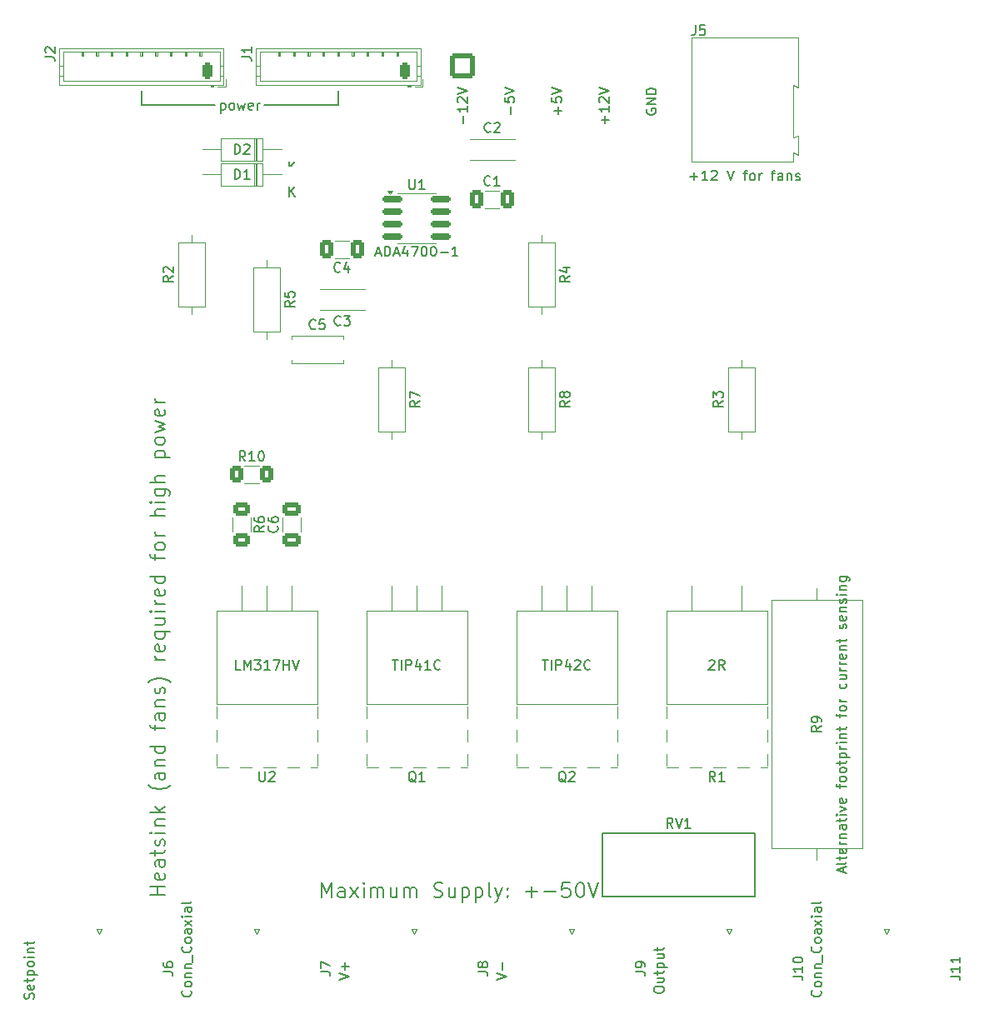
<source format=gto>
G04 #@! TF.GenerationSoftware,KiCad,Pcbnew,9.0.0*
G04 #@! TF.CreationDate,2025-07-09T11:38:48-07:00*
G04 #@! TF.ProjectId,bipolar_current_driver_ADA4700-1,6269706f-6c61-4725-9f63-757272656e74,rev?*
G04 #@! TF.SameCoordinates,Original*
G04 #@! TF.FileFunction,Legend,Top*
G04 #@! TF.FilePolarity,Positive*
%FSLAX46Y46*%
G04 Gerber Fmt 4.6, Leading zero omitted, Abs format (unit mm)*
G04 Created by KiCad (PCBNEW 9.0.0) date 2025-07-09 11:38:48*
%MOMM*%
%LPD*%
G01*
G04 APERTURE LIST*
G04 Aperture macros list*
%AMRoundRect*
0 Rectangle with rounded corners*
0 $1 Rounding radius*
0 $2 $3 $4 $5 $6 $7 $8 $9 X,Y pos of 4 corners*
0 Add a 4 corners polygon primitive as box body*
4,1,4,$2,$3,$4,$5,$6,$7,$8,$9,$2,$3,0*
0 Add four circle primitives for the rounded corners*
1,1,$1+$1,$2,$3*
1,1,$1+$1,$4,$5*
1,1,$1+$1,$6,$7*
1,1,$1+$1,$8,$9*
0 Add four rect primitives between the rounded corners*
20,1,$1+$1,$2,$3,$4,$5,0*
20,1,$1+$1,$4,$5,$6,$7,0*
20,1,$1+$1,$6,$7,$8,$9,0*
20,1,$1+$1,$8,$9,$2,$3,0*%
G04 Aperture macros list end*
%ADD10C,0.150000*%
%ADD11C,0.187500*%
%ADD12C,0.120000*%
%ADD13RoundRect,0.250000X-0.400000X-0.625000X0.400000X-0.625000X0.400000X0.625000X-0.400000X0.625000X0*%
%ADD14RoundRect,0.250000X-0.625000X0.400000X-0.625000X-0.400000X0.625000X-0.400000X0.625000X0.400000X0*%
%ADD15C,1.600000*%
%ADD16R,2.290000X5.080000*%
%ADD17R,2.420000X5.080000*%
%ADD18RoundRect,0.249999X-1.025001X-1.025001X1.025001X-1.025001X1.025001X1.025001X-1.025001X1.025001X0*%
%ADD19C,2.550000*%
%ADD20RoundRect,0.250000X0.265000X0.615000X-0.265000X0.615000X-0.265000X-0.615000X0.265000X-0.615000X0*%
%ADD21O,1.030000X1.730000*%
%ADD22O,1.600000X1.600000*%
%ADD23C,3.500000*%
%ADD24R,1.905000X2.000000*%
%ADD25O,1.905000X2.000000*%
%ADD26C,3.200000*%
%ADD27RoundRect,0.250000X-0.412500X-0.650000X0.412500X-0.650000X0.412500X0.650000X-0.412500X0.650000X0*%
%ADD28R,2.000000X2.000000*%
%ADD29C,2.000000*%
%ADD30C,1.800000*%
%ADD31C,2.400000*%
%ADD32O,2.400000X2.400000*%
%ADD33RoundRect,0.250000X0.650000X-0.412500X0.650000X0.412500X-0.650000X0.412500X-0.650000X-0.412500X0*%
%ADD34RoundRect,0.150000X-0.825000X-0.150000X0.825000X-0.150000X0.825000X0.150000X-0.825000X0.150000X0*%
%ADD35R,1.600000X1.600000*%
%ADD36RoundRect,0.250000X0.412500X0.650000X-0.412500X0.650000X-0.412500X-0.650000X0.412500X-0.650000X0*%
%ADD37R,1.980000X3.960000*%
%ADD38O,1.980000X3.960000*%
G04 APERTURE END LIST*
D10*
X134250000Y-59000000D02*
X134250000Y-57500000D01*
X126750000Y-59000000D02*
X134250000Y-59000000D01*
X114250000Y-59000000D02*
X114250000Y-57500000D01*
X121750000Y-59000000D02*
X114250000Y-59000000D01*
X185589104Y-136972622D02*
X185589104Y-136496432D01*
X185874819Y-137067860D02*
X184874819Y-136734527D01*
X184874819Y-136734527D02*
X185874819Y-136401194D01*
X185874819Y-135925003D02*
X185827200Y-136020241D01*
X185827200Y-136020241D02*
X185731961Y-136067860D01*
X185731961Y-136067860D02*
X184874819Y-136067860D01*
X185208152Y-135686907D02*
X185208152Y-135305955D01*
X184874819Y-135544050D02*
X185731961Y-135544050D01*
X185731961Y-135544050D02*
X185827200Y-135496431D01*
X185827200Y-135496431D02*
X185874819Y-135401193D01*
X185874819Y-135401193D02*
X185874819Y-135305955D01*
X185827200Y-134591669D02*
X185874819Y-134686907D01*
X185874819Y-134686907D02*
X185874819Y-134877383D01*
X185874819Y-134877383D02*
X185827200Y-134972621D01*
X185827200Y-134972621D02*
X185731961Y-135020240D01*
X185731961Y-135020240D02*
X185351009Y-135020240D01*
X185351009Y-135020240D02*
X185255771Y-134972621D01*
X185255771Y-134972621D02*
X185208152Y-134877383D01*
X185208152Y-134877383D02*
X185208152Y-134686907D01*
X185208152Y-134686907D02*
X185255771Y-134591669D01*
X185255771Y-134591669D02*
X185351009Y-134544050D01*
X185351009Y-134544050D02*
X185446247Y-134544050D01*
X185446247Y-134544050D02*
X185541485Y-135020240D01*
X185874819Y-134115478D02*
X185208152Y-134115478D01*
X185398628Y-134115478D02*
X185303390Y-134067859D01*
X185303390Y-134067859D02*
X185255771Y-134020240D01*
X185255771Y-134020240D02*
X185208152Y-133925002D01*
X185208152Y-133925002D02*
X185208152Y-133829764D01*
X185208152Y-133496430D02*
X185874819Y-133496430D01*
X185303390Y-133496430D02*
X185255771Y-133448811D01*
X185255771Y-133448811D02*
X185208152Y-133353573D01*
X185208152Y-133353573D02*
X185208152Y-133210716D01*
X185208152Y-133210716D02*
X185255771Y-133115478D01*
X185255771Y-133115478D02*
X185351009Y-133067859D01*
X185351009Y-133067859D02*
X185874819Y-133067859D01*
X185874819Y-132163097D02*
X185351009Y-132163097D01*
X185351009Y-132163097D02*
X185255771Y-132210716D01*
X185255771Y-132210716D02*
X185208152Y-132305954D01*
X185208152Y-132305954D02*
X185208152Y-132496430D01*
X185208152Y-132496430D02*
X185255771Y-132591668D01*
X185827200Y-132163097D02*
X185874819Y-132258335D01*
X185874819Y-132258335D02*
X185874819Y-132496430D01*
X185874819Y-132496430D02*
X185827200Y-132591668D01*
X185827200Y-132591668D02*
X185731961Y-132639287D01*
X185731961Y-132639287D02*
X185636723Y-132639287D01*
X185636723Y-132639287D02*
X185541485Y-132591668D01*
X185541485Y-132591668D02*
X185493866Y-132496430D01*
X185493866Y-132496430D02*
X185493866Y-132258335D01*
X185493866Y-132258335D02*
X185446247Y-132163097D01*
X185208152Y-131829763D02*
X185208152Y-131448811D01*
X184874819Y-131686906D02*
X185731961Y-131686906D01*
X185731961Y-131686906D02*
X185827200Y-131639287D01*
X185827200Y-131639287D02*
X185874819Y-131544049D01*
X185874819Y-131544049D02*
X185874819Y-131448811D01*
X185874819Y-131115477D02*
X185208152Y-131115477D01*
X184874819Y-131115477D02*
X184922438Y-131163096D01*
X184922438Y-131163096D02*
X184970057Y-131115477D01*
X184970057Y-131115477D02*
X184922438Y-131067858D01*
X184922438Y-131067858D02*
X184874819Y-131115477D01*
X184874819Y-131115477D02*
X184970057Y-131115477D01*
X185208152Y-130734525D02*
X185874819Y-130496430D01*
X185874819Y-130496430D02*
X185208152Y-130258335D01*
X185827200Y-129496430D02*
X185874819Y-129591668D01*
X185874819Y-129591668D02*
X185874819Y-129782144D01*
X185874819Y-129782144D02*
X185827200Y-129877382D01*
X185827200Y-129877382D02*
X185731961Y-129925001D01*
X185731961Y-129925001D02*
X185351009Y-129925001D01*
X185351009Y-129925001D02*
X185255771Y-129877382D01*
X185255771Y-129877382D02*
X185208152Y-129782144D01*
X185208152Y-129782144D02*
X185208152Y-129591668D01*
X185208152Y-129591668D02*
X185255771Y-129496430D01*
X185255771Y-129496430D02*
X185351009Y-129448811D01*
X185351009Y-129448811D02*
X185446247Y-129448811D01*
X185446247Y-129448811D02*
X185541485Y-129925001D01*
X185208152Y-128401191D02*
X185208152Y-128020239D01*
X185874819Y-128258334D02*
X185017676Y-128258334D01*
X185017676Y-128258334D02*
X184922438Y-128210715D01*
X184922438Y-128210715D02*
X184874819Y-128115477D01*
X184874819Y-128115477D02*
X184874819Y-128020239D01*
X185874819Y-127544048D02*
X185827200Y-127639286D01*
X185827200Y-127639286D02*
X185779580Y-127686905D01*
X185779580Y-127686905D02*
X185684342Y-127734524D01*
X185684342Y-127734524D02*
X185398628Y-127734524D01*
X185398628Y-127734524D02*
X185303390Y-127686905D01*
X185303390Y-127686905D02*
X185255771Y-127639286D01*
X185255771Y-127639286D02*
X185208152Y-127544048D01*
X185208152Y-127544048D02*
X185208152Y-127401191D01*
X185208152Y-127401191D02*
X185255771Y-127305953D01*
X185255771Y-127305953D02*
X185303390Y-127258334D01*
X185303390Y-127258334D02*
X185398628Y-127210715D01*
X185398628Y-127210715D02*
X185684342Y-127210715D01*
X185684342Y-127210715D02*
X185779580Y-127258334D01*
X185779580Y-127258334D02*
X185827200Y-127305953D01*
X185827200Y-127305953D02*
X185874819Y-127401191D01*
X185874819Y-127401191D02*
X185874819Y-127544048D01*
X185874819Y-126639286D02*
X185827200Y-126734524D01*
X185827200Y-126734524D02*
X185779580Y-126782143D01*
X185779580Y-126782143D02*
X185684342Y-126829762D01*
X185684342Y-126829762D02*
X185398628Y-126829762D01*
X185398628Y-126829762D02*
X185303390Y-126782143D01*
X185303390Y-126782143D02*
X185255771Y-126734524D01*
X185255771Y-126734524D02*
X185208152Y-126639286D01*
X185208152Y-126639286D02*
X185208152Y-126496429D01*
X185208152Y-126496429D02*
X185255771Y-126401191D01*
X185255771Y-126401191D02*
X185303390Y-126353572D01*
X185303390Y-126353572D02*
X185398628Y-126305953D01*
X185398628Y-126305953D02*
X185684342Y-126305953D01*
X185684342Y-126305953D02*
X185779580Y-126353572D01*
X185779580Y-126353572D02*
X185827200Y-126401191D01*
X185827200Y-126401191D02*
X185874819Y-126496429D01*
X185874819Y-126496429D02*
X185874819Y-126639286D01*
X185208152Y-126020238D02*
X185208152Y-125639286D01*
X184874819Y-125877381D02*
X185731961Y-125877381D01*
X185731961Y-125877381D02*
X185827200Y-125829762D01*
X185827200Y-125829762D02*
X185874819Y-125734524D01*
X185874819Y-125734524D02*
X185874819Y-125639286D01*
X185208152Y-125305952D02*
X186208152Y-125305952D01*
X185255771Y-125305952D02*
X185208152Y-125210714D01*
X185208152Y-125210714D02*
X185208152Y-125020238D01*
X185208152Y-125020238D02*
X185255771Y-124925000D01*
X185255771Y-124925000D02*
X185303390Y-124877381D01*
X185303390Y-124877381D02*
X185398628Y-124829762D01*
X185398628Y-124829762D02*
X185684342Y-124829762D01*
X185684342Y-124829762D02*
X185779580Y-124877381D01*
X185779580Y-124877381D02*
X185827200Y-124925000D01*
X185827200Y-124925000D02*
X185874819Y-125020238D01*
X185874819Y-125020238D02*
X185874819Y-125210714D01*
X185874819Y-125210714D02*
X185827200Y-125305952D01*
X185874819Y-124401190D02*
X185208152Y-124401190D01*
X185398628Y-124401190D02*
X185303390Y-124353571D01*
X185303390Y-124353571D02*
X185255771Y-124305952D01*
X185255771Y-124305952D02*
X185208152Y-124210714D01*
X185208152Y-124210714D02*
X185208152Y-124115476D01*
X185874819Y-123782142D02*
X185208152Y-123782142D01*
X184874819Y-123782142D02*
X184922438Y-123829761D01*
X184922438Y-123829761D02*
X184970057Y-123782142D01*
X184970057Y-123782142D02*
X184922438Y-123734523D01*
X184922438Y-123734523D02*
X184874819Y-123782142D01*
X184874819Y-123782142D02*
X184970057Y-123782142D01*
X185208152Y-123305952D02*
X185874819Y-123305952D01*
X185303390Y-123305952D02*
X185255771Y-123258333D01*
X185255771Y-123258333D02*
X185208152Y-123163095D01*
X185208152Y-123163095D02*
X185208152Y-123020238D01*
X185208152Y-123020238D02*
X185255771Y-122925000D01*
X185255771Y-122925000D02*
X185351009Y-122877381D01*
X185351009Y-122877381D02*
X185874819Y-122877381D01*
X185208152Y-122544047D02*
X185208152Y-122163095D01*
X184874819Y-122401190D02*
X185731961Y-122401190D01*
X185731961Y-122401190D02*
X185827200Y-122353571D01*
X185827200Y-122353571D02*
X185874819Y-122258333D01*
X185874819Y-122258333D02*
X185874819Y-122163095D01*
X185208152Y-121210713D02*
X185208152Y-120829761D01*
X185874819Y-121067856D02*
X185017676Y-121067856D01*
X185017676Y-121067856D02*
X184922438Y-121020237D01*
X184922438Y-121020237D02*
X184874819Y-120924999D01*
X184874819Y-120924999D02*
X184874819Y-120829761D01*
X185874819Y-120353570D02*
X185827200Y-120448808D01*
X185827200Y-120448808D02*
X185779580Y-120496427D01*
X185779580Y-120496427D02*
X185684342Y-120544046D01*
X185684342Y-120544046D02*
X185398628Y-120544046D01*
X185398628Y-120544046D02*
X185303390Y-120496427D01*
X185303390Y-120496427D02*
X185255771Y-120448808D01*
X185255771Y-120448808D02*
X185208152Y-120353570D01*
X185208152Y-120353570D02*
X185208152Y-120210713D01*
X185208152Y-120210713D02*
X185255771Y-120115475D01*
X185255771Y-120115475D02*
X185303390Y-120067856D01*
X185303390Y-120067856D02*
X185398628Y-120020237D01*
X185398628Y-120020237D02*
X185684342Y-120020237D01*
X185684342Y-120020237D02*
X185779580Y-120067856D01*
X185779580Y-120067856D02*
X185827200Y-120115475D01*
X185827200Y-120115475D02*
X185874819Y-120210713D01*
X185874819Y-120210713D02*
X185874819Y-120353570D01*
X185874819Y-119591665D02*
X185208152Y-119591665D01*
X185398628Y-119591665D02*
X185303390Y-119544046D01*
X185303390Y-119544046D02*
X185255771Y-119496427D01*
X185255771Y-119496427D02*
X185208152Y-119401189D01*
X185208152Y-119401189D02*
X185208152Y-119305951D01*
X185827200Y-117782141D02*
X185874819Y-117877379D01*
X185874819Y-117877379D02*
X185874819Y-118067855D01*
X185874819Y-118067855D02*
X185827200Y-118163093D01*
X185827200Y-118163093D02*
X185779580Y-118210712D01*
X185779580Y-118210712D02*
X185684342Y-118258331D01*
X185684342Y-118258331D02*
X185398628Y-118258331D01*
X185398628Y-118258331D02*
X185303390Y-118210712D01*
X185303390Y-118210712D02*
X185255771Y-118163093D01*
X185255771Y-118163093D02*
X185208152Y-118067855D01*
X185208152Y-118067855D02*
X185208152Y-117877379D01*
X185208152Y-117877379D02*
X185255771Y-117782141D01*
X185208152Y-116924998D02*
X185874819Y-116924998D01*
X185208152Y-117353569D02*
X185731961Y-117353569D01*
X185731961Y-117353569D02*
X185827200Y-117305950D01*
X185827200Y-117305950D02*
X185874819Y-117210712D01*
X185874819Y-117210712D02*
X185874819Y-117067855D01*
X185874819Y-117067855D02*
X185827200Y-116972617D01*
X185827200Y-116972617D02*
X185779580Y-116924998D01*
X185874819Y-116448807D02*
X185208152Y-116448807D01*
X185398628Y-116448807D02*
X185303390Y-116401188D01*
X185303390Y-116401188D02*
X185255771Y-116353569D01*
X185255771Y-116353569D02*
X185208152Y-116258331D01*
X185208152Y-116258331D02*
X185208152Y-116163093D01*
X185874819Y-115829759D02*
X185208152Y-115829759D01*
X185398628Y-115829759D02*
X185303390Y-115782140D01*
X185303390Y-115782140D02*
X185255771Y-115734521D01*
X185255771Y-115734521D02*
X185208152Y-115639283D01*
X185208152Y-115639283D02*
X185208152Y-115544045D01*
X185827200Y-114829759D02*
X185874819Y-114924997D01*
X185874819Y-114924997D02*
X185874819Y-115115473D01*
X185874819Y-115115473D02*
X185827200Y-115210711D01*
X185827200Y-115210711D02*
X185731961Y-115258330D01*
X185731961Y-115258330D02*
X185351009Y-115258330D01*
X185351009Y-115258330D02*
X185255771Y-115210711D01*
X185255771Y-115210711D02*
X185208152Y-115115473D01*
X185208152Y-115115473D02*
X185208152Y-114924997D01*
X185208152Y-114924997D02*
X185255771Y-114829759D01*
X185255771Y-114829759D02*
X185351009Y-114782140D01*
X185351009Y-114782140D02*
X185446247Y-114782140D01*
X185446247Y-114782140D02*
X185541485Y-115258330D01*
X185208152Y-114353568D02*
X185874819Y-114353568D01*
X185303390Y-114353568D02*
X185255771Y-114305949D01*
X185255771Y-114305949D02*
X185208152Y-114210711D01*
X185208152Y-114210711D02*
X185208152Y-114067854D01*
X185208152Y-114067854D02*
X185255771Y-113972616D01*
X185255771Y-113972616D02*
X185351009Y-113924997D01*
X185351009Y-113924997D02*
X185874819Y-113924997D01*
X185208152Y-113591663D02*
X185208152Y-113210711D01*
X184874819Y-113448806D02*
X185731961Y-113448806D01*
X185731961Y-113448806D02*
X185827200Y-113401187D01*
X185827200Y-113401187D02*
X185874819Y-113305949D01*
X185874819Y-113305949D02*
X185874819Y-113210711D01*
X185827200Y-112163091D02*
X185874819Y-112067853D01*
X185874819Y-112067853D02*
X185874819Y-111877377D01*
X185874819Y-111877377D02*
X185827200Y-111782139D01*
X185827200Y-111782139D02*
X185731961Y-111734520D01*
X185731961Y-111734520D02*
X185684342Y-111734520D01*
X185684342Y-111734520D02*
X185589104Y-111782139D01*
X185589104Y-111782139D02*
X185541485Y-111877377D01*
X185541485Y-111877377D02*
X185541485Y-112020234D01*
X185541485Y-112020234D02*
X185493866Y-112115472D01*
X185493866Y-112115472D02*
X185398628Y-112163091D01*
X185398628Y-112163091D02*
X185351009Y-112163091D01*
X185351009Y-112163091D02*
X185255771Y-112115472D01*
X185255771Y-112115472D02*
X185208152Y-112020234D01*
X185208152Y-112020234D02*
X185208152Y-111877377D01*
X185208152Y-111877377D02*
X185255771Y-111782139D01*
X185827200Y-110924996D02*
X185874819Y-111020234D01*
X185874819Y-111020234D02*
X185874819Y-111210710D01*
X185874819Y-111210710D02*
X185827200Y-111305948D01*
X185827200Y-111305948D02*
X185731961Y-111353567D01*
X185731961Y-111353567D02*
X185351009Y-111353567D01*
X185351009Y-111353567D02*
X185255771Y-111305948D01*
X185255771Y-111305948D02*
X185208152Y-111210710D01*
X185208152Y-111210710D02*
X185208152Y-111020234D01*
X185208152Y-111020234D02*
X185255771Y-110924996D01*
X185255771Y-110924996D02*
X185351009Y-110877377D01*
X185351009Y-110877377D02*
X185446247Y-110877377D01*
X185446247Y-110877377D02*
X185541485Y-111353567D01*
X185208152Y-110448805D02*
X185874819Y-110448805D01*
X185303390Y-110448805D02*
X185255771Y-110401186D01*
X185255771Y-110401186D02*
X185208152Y-110305948D01*
X185208152Y-110305948D02*
X185208152Y-110163091D01*
X185208152Y-110163091D02*
X185255771Y-110067853D01*
X185255771Y-110067853D02*
X185351009Y-110020234D01*
X185351009Y-110020234D02*
X185874819Y-110020234D01*
X185827200Y-109591662D02*
X185874819Y-109496424D01*
X185874819Y-109496424D02*
X185874819Y-109305948D01*
X185874819Y-109305948D02*
X185827200Y-109210710D01*
X185827200Y-109210710D02*
X185731961Y-109163091D01*
X185731961Y-109163091D02*
X185684342Y-109163091D01*
X185684342Y-109163091D02*
X185589104Y-109210710D01*
X185589104Y-109210710D02*
X185541485Y-109305948D01*
X185541485Y-109305948D02*
X185541485Y-109448805D01*
X185541485Y-109448805D02*
X185493866Y-109544043D01*
X185493866Y-109544043D02*
X185398628Y-109591662D01*
X185398628Y-109591662D02*
X185351009Y-109591662D01*
X185351009Y-109591662D02*
X185255771Y-109544043D01*
X185255771Y-109544043D02*
X185208152Y-109448805D01*
X185208152Y-109448805D02*
X185208152Y-109305948D01*
X185208152Y-109305948D02*
X185255771Y-109210710D01*
X185874819Y-108734519D02*
X185208152Y-108734519D01*
X184874819Y-108734519D02*
X184922438Y-108782138D01*
X184922438Y-108782138D02*
X184970057Y-108734519D01*
X184970057Y-108734519D02*
X184922438Y-108686900D01*
X184922438Y-108686900D02*
X184874819Y-108734519D01*
X184874819Y-108734519D02*
X184970057Y-108734519D01*
X185208152Y-108258329D02*
X185874819Y-108258329D01*
X185303390Y-108258329D02*
X185255771Y-108210710D01*
X185255771Y-108210710D02*
X185208152Y-108115472D01*
X185208152Y-108115472D02*
X185208152Y-107972615D01*
X185208152Y-107972615D02*
X185255771Y-107877377D01*
X185255771Y-107877377D02*
X185351009Y-107829758D01*
X185351009Y-107829758D02*
X185874819Y-107829758D01*
X185208152Y-106924996D02*
X186017676Y-106924996D01*
X186017676Y-106924996D02*
X186112914Y-106972615D01*
X186112914Y-106972615D02*
X186160533Y-107020234D01*
X186160533Y-107020234D02*
X186208152Y-107115472D01*
X186208152Y-107115472D02*
X186208152Y-107258329D01*
X186208152Y-107258329D02*
X186160533Y-107353567D01*
X185827200Y-106924996D02*
X185874819Y-107020234D01*
X185874819Y-107020234D02*
X185874819Y-107210710D01*
X185874819Y-107210710D02*
X185827200Y-107305948D01*
X185827200Y-107305948D02*
X185779580Y-107353567D01*
X185779580Y-107353567D02*
X185684342Y-107401186D01*
X185684342Y-107401186D02*
X185398628Y-107401186D01*
X185398628Y-107401186D02*
X185303390Y-107353567D01*
X185303390Y-107353567D02*
X185255771Y-107305948D01*
X185255771Y-107305948D02*
X185208152Y-107210710D01*
X185208152Y-107210710D02*
X185208152Y-107020234D01*
X185208152Y-107020234D02*
X185255771Y-106924996D01*
X122321428Y-58788152D02*
X122321428Y-59788152D01*
X122321428Y-58835771D02*
X122416666Y-58788152D01*
X122416666Y-58788152D02*
X122607142Y-58788152D01*
X122607142Y-58788152D02*
X122702380Y-58835771D01*
X122702380Y-58835771D02*
X122749999Y-58883390D01*
X122749999Y-58883390D02*
X122797618Y-58978628D01*
X122797618Y-58978628D02*
X122797618Y-59264342D01*
X122797618Y-59264342D02*
X122749999Y-59359580D01*
X122749999Y-59359580D02*
X122702380Y-59407200D01*
X122702380Y-59407200D02*
X122607142Y-59454819D01*
X122607142Y-59454819D02*
X122416666Y-59454819D01*
X122416666Y-59454819D02*
X122321428Y-59407200D01*
X123369047Y-59454819D02*
X123273809Y-59407200D01*
X123273809Y-59407200D02*
X123226190Y-59359580D01*
X123226190Y-59359580D02*
X123178571Y-59264342D01*
X123178571Y-59264342D02*
X123178571Y-58978628D01*
X123178571Y-58978628D02*
X123226190Y-58883390D01*
X123226190Y-58883390D02*
X123273809Y-58835771D01*
X123273809Y-58835771D02*
X123369047Y-58788152D01*
X123369047Y-58788152D02*
X123511904Y-58788152D01*
X123511904Y-58788152D02*
X123607142Y-58835771D01*
X123607142Y-58835771D02*
X123654761Y-58883390D01*
X123654761Y-58883390D02*
X123702380Y-58978628D01*
X123702380Y-58978628D02*
X123702380Y-59264342D01*
X123702380Y-59264342D02*
X123654761Y-59359580D01*
X123654761Y-59359580D02*
X123607142Y-59407200D01*
X123607142Y-59407200D02*
X123511904Y-59454819D01*
X123511904Y-59454819D02*
X123369047Y-59454819D01*
X124035714Y-58788152D02*
X124226190Y-59454819D01*
X124226190Y-59454819D02*
X124416666Y-58978628D01*
X124416666Y-58978628D02*
X124607142Y-59454819D01*
X124607142Y-59454819D02*
X124797618Y-58788152D01*
X125559523Y-59407200D02*
X125464285Y-59454819D01*
X125464285Y-59454819D02*
X125273809Y-59454819D01*
X125273809Y-59454819D02*
X125178571Y-59407200D01*
X125178571Y-59407200D02*
X125130952Y-59311961D01*
X125130952Y-59311961D02*
X125130952Y-58931009D01*
X125130952Y-58931009D02*
X125178571Y-58835771D01*
X125178571Y-58835771D02*
X125273809Y-58788152D01*
X125273809Y-58788152D02*
X125464285Y-58788152D01*
X125464285Y-58788152D02*
X125559523Y-58835771D01*
X125559523Y-58835771D02*
X125607142Y-58931009D01*
X125607142Y-58931009D02*
X125607142Y-59026247D01*
X125607142Y-59026247D02*
X125130952Y-59121485D01*
X126035714Y-59454819D02*
X126035714Y-58788152D01*
X126035714Y-58978628D02*
X126083333Y-58883390D01*
X126083333Y-58883390D02*
X126130952Y-58835771D01*
X126130952Y-58835771D02*
X126226190Y-58788152D01*
X126226190Y-58788152D02*
X126321428Y-58788152D01*
X151773866Y-59908207D02*
X151773866Y-59146303D01*
X151154819Y-58193922D02*
X151154819Y-58670112D01*
X151154819Y-58670112D02*
X151631009Y-58717731D01*
X151631009Y-58717731D02*
X151583390Y-58670112D01*
X151583390Y-58670112D02*
X151535771Y-58574874D01*
X151535771Y-58574874D02*
X151535771Y-58336779D01*
X151535771Y-58336779D02*
X151583390Y-58241541D01*
X151583390Y-58241541D02*
X151631009Y-58193922D01*
X151631009Y-58193922D02*
X151726247Y-58146303D01*
X151726247Y-58146303D02*
X151964342Y-58146303D01*
X151964342Y-58146303D02*
X152059580Y-58193922D01*
X152059580Y-58193922D02*
X152107200Y-58241541D01*
X152107200Y-58241541D02*
X152154819Y-58336779D01*
X152154819Y-58336779D02*
X152154819Y-58574874D01*
X152154819Y-58574874D02*
X152107200Y-58670112D01*
X152107200Y-58670112D02*
X152059580Y-58717731D01*
X151154819Y-57860588D02*
X152154819Y-57527255D01*
X152154819Y-57527255D02*
X151154819Y-57193922D01*
X146973866Y-60860588D02*
X146973866Y-60098684D01*
X147354819Y-59098684D02*
X147354819Y-59670112D01*
X147354819Y-59384398D02*
X146354819Y-59384398D01*
X146354819Y-59384398D02*
X146497676Y-59479636D01*
X146497676Y-59479636D02*
X146592914Y-59574874D01*
X146592914Y-59574874D02*
X146640533Y-59670112D01*
X146450057Y-58717731D02*
X146402438Y-58670112D01*
X146402438Y-58670112D02*
X146354819Y-58574874D01*
X146354819Y-58574874D02*
X146354819Y-58336779D01*
X146354819Y-58336779D02*
X146402438Y-58241541D01*
X146402438Y-58241541D02*
X146450057Y-58193922D01*
X146450057Y-58193922D02*
X146545295Y-58146303D01*
X146545295Y-58146303D02*
X146640533Y-58146303D01*
X146640533Y-58146303D02*
X146783390Y-58193922D01*
X146783390Y-58193922D02*
X147354819Y-58765350D01*
X147354819Y-58765350D02*
X147354819Y-58146303D01*
X146354819Y-57860588D02*
X147354819Y-57527255D01*
X147354819Y-57527255D02*
X146354819Y-57193922D01*
X156573866Y-59908207D02*
X156573866Y-59146303D01*
X156954819Y-59527255D02*
X156192914Y-59527255D01*
X155954819Y-58193922D02*
X155954819Y-58670112D01*
X155954819Y-58670112D02*
X156431009Y-58717731D01*
X156431009Y-58717731D02*
X156383390Y-58670112D01*
X156383390Y-58670112D02*
X156335771Y-58574874D01*
X156335771Y-58574874D02*
X156335771Y-58336779D01*
X156335771Y-58336779D02*
X156383390Y-58241541D01*
X156383390Y-58241541D02*
X156431009Y-58193922D01*
X156431009Y-58193922D02*
X156526247Y-58146303D01*
X156526247Y-58146303D02*
X156764342Y-58146303D01*
X156764342Y-58146303D02*
X156859580Y-58193922D01*
X156859580Y-58193922D02*
X156907200Y-58241541D01*
X156907200Y-58241541D02*
X156954819Y-58336779D01*
X156954819Y-58336779D02*
X156954819Y-58574874D01*
X156954819Y-58574874D02*
X156907200Y-58670112D01*
X156907200Y-58670112D02*
X156859580Y-58717731D01*
X155954819Y-57860588D02*
X156954819Y-57527255D01*
X156954819Y-57527255D02*
X155954819Y-57193922D01*
D11*
X116646678Y-139219502D02*
X115146678Y-139219502D01*
X115860964Y-139219502D02*
X115860964Y-138362359D01*
X116646678Y-138362359D02*
X115146678Y-138362359D01*
X116575250Y-137076644D02*
X116646678Y-137219501D01*
X116646678Y-137219501D02*
X116646678Y-137505216D01*
X116646678Y-137505216D02*
X116575250Y-137648073D01*
X116575250Y-137648073D02*
X116432392Y-137719501D01*
X116432392Y-137719501D02*
X115860964Y-137719501D01*
X115860964Y-137719501D02*
X115718107Y-137648073D01*
X115718107Y-137648073D02*
X115646678Y-137505216D01*
X115646678Y-137505216D02*
X115646678Y-137219501D01*
X115646678Y-137219501D02*
X115718107Y-137076644D01*
X115718107Y-137076644D02*
X115860964Y-137005216D01*
X115860964Y-137005216D02*
X116003821Y-137005216D01*
X116003821Y-137005216D02*
X116146678Y-137719501D01*
X116646678Y-135719502D02*
X115860964Y-135719502D01*
X115860964Y-135719502D02*
X115718107Y-135790930D01*
X115718107Y-135790930D02*
X115646678Y-135933787D01*
X115646678Y-135933787D02*
X115646678Y-136219502D01*
X115646678Y-136219502D02*
X115718107Y-136362359D01*
X116575250Y-135719502D02*
X116646678Y-135862359D01*
X116646678Y-135862359D02*
X116646678Y-136219502D01*
X116646678Y-136219502D02*
X116575250Y-136362359D01*
X116575250Y-136362359D02*
X116432392Y-136433787D01*
X116432392Y-136433787D02*
X116289535Y-136433787D01*
X116289535Y-136433787D02*
X116146678Y-136362359D01*
X116146678Y-136362359D02*
X116075250Y-136219502D01*
X116075250Y-136219502D02*
X116075250Y-135862359D01*
X116075250Y-135862359D02*
X116003821Y-135719502D01*
X115646678Y-135219501D02*
X115646678Y-134648073D01*
X115146678Y-135005216D02*
X116432392Y-135005216D01*
X116432392Y-135005216D02*
X116575250Y-134933787D01*
X116575250Y-134933787D02*
X116646678Y-134790930D01*
X116646678Y-134790930D02*
X116646678Y-134648073D01*
X116575250Y-134219501D02*
X116646678Y-134076644D01*
X116646678Y-134076644D02*
X116646678Y-133790930D01*
X116646678Y-133790930D02*
X116575250Y-133648073D01*
X116575250Y-133648073D02*
X116432392Y-133576644D01*
X116432392Y-133576644D02*
X116360964Y-133576644D01*
X116360964Y-133576644D02*
X116218107Y-133648073D01*
X116218107Y-133648073D02*
X116146678Y-133790930D01*
X116146678Y-133790930D02*
X116146678Y-134005216D01*
X116146678Y-134005216D02*
X116075250Y-134148073D01*
X116075250Y-134148073D02*
X115932392Y-134219501D01*
X115932392Y-134219501D02*
X115860964Y-134219501D01*
X115860964Y-134219501D02*
X115718107Y-134148073D01*
X115718107Y-134148073D02*
X115646678Y-134005216D01*
X115646678Y-134005216D02*
X115646678Y-133790930D01*
X115646678Y-133790930D02*
X115718107Y-133648073D01*
X116646678Y-132933787D02*
X115646678Y-132933787D01*
X115146678Y-132933787D02*
X115218107Y-133005215D01*
X115218107Y-133005215D02*
X115289535Y-132933787D01*
X115289535Y-132933787D02*
X115218107Y-132862358D01*
X115218107Y-132862358D02*
X115146678Y-132933787D01*
X115146678Y-132933787D02*
X115289535Y-132933787D01*
X115646678Y-132219501D02*
X116646678Y-132219501D01*
X115789535Y-132219501D02*
X115718107Y-132148072D01*
X115718107Y-132148072D02*
X115646678Y-132005215D01*
X115646678Y-132005215D02*
X115646678Y-131790929D01*
X115646678Y-131790929D02*
X115718107Y-131648072D01*
X115718107Y-131648072D02*
X115860964Y-131576644D01*
X115860964Y-131576644D02*
X116646678Y-131576644D01*
X116646678Y-130862358D02*
X115146678Y-130862358D01*
X116075250Y-130719501D02*
X116646678Y-130290929D01*
X115646678Y-130290929D02*
X116218107Y-130862358D01*
X117218107Y-128076643D02*
X117146678Y-128148072D01*
X117146678Y-128148072D02*
X116932392Y-128290929D01*
X116932392Y-128290929D02*
X116789535Y-128362358D01*
X116789535Y-128362358D02*
X116575250Y-128433786D01*
X116575250Y-128433786D02*
X116218107Y-128505215D01*
X116218107Y-128505215D02*
X115932392Y-128505215D01*
X115932392Y-128505215D02*
X115575250Y-128433786D01*
X115575250Y-128433786D02*
X115360964Y-128362358D01*
X115360964Y-128362358D02*
X115218107Y-128290929D01*
X115218107Y-128290929D02*
X115003821Y-128148072D01*
X115003821Y-128148072D02*
X114932392Y-128076643D01*
X116646678Y-126862358D02*
X115860964Y-126862358D01*
X115860964Y-126862358D02*
X115718107Y-126933786D01*
X115718107Y-126933786D02*
X115646678Y-127076643D01*
X115646678Y-127076643D02*
X115646678Y-127362358D01*
X115646678Y-127362358D02*
X115718107Y-127505215D01*
X116575250Y-126862358D02*
X116646678Y-127005215D01*
X116646678Y-127005215D02*
X116646678Y-127362358D01*
X116646678Y-127362358D02*
X116575250Y-127505215D01*
X116575250Y-127505215D02*
X116432392Y-127576643D01*
X116432392Y-127576643D02*
X116289535Y-127576643D01*
X116289535Y-127576643D02*
X116146678Y-127505215D01*
X116146678Y-127505215D02*
X116075250Y-127362358D01*
X116075250Y-127362358D02*
X116075250Y-127005215D01*
X116075250Y-127005215D02*
X116003821Y-126862358D01*
X115646678Y-126148072D02*
X116646678Y-126148072D01*
X115789535Y-126148072D02*
X115718107Y-126076643D01*
X115718107Y-126076643D02*
X115646678Y-125933786D01*
X115646678Y-125933786D02*
X115646678Y-125719500D01*
X115646678Y-125719500D02*
X115718107Y-125576643D01*
X115718107Y-125576643D02*
X115860964Y-125505215D01*
X115860964Y-125505215D02*
X116646678Y-125505215D01*
X116646678Y-124148072D02*
X115146678Y-124148072D01*
X116575250Y-124148072D02*
X116646678Y-124290929D01*
X116646678Y-124290929D02*
X116646678Y-124576643D01*
X116646678Y-124576643D02*
X116575250Y-124719500D01*
X116575250Y-124719500D02*
X116503821Y-124790929D01*
X116503821Y-124790929D02*
X116360964Y-124862357D01*
X116360964Y-124862357D02*
X115932392Y-124862357D01*
X115932392Y-124862357D02*
X115789535Y-124790929D01*
X115789535Y-124790929D02*
X115718107Y-124719500D01*
X115718107Y-124719500D02*
X115646678Y-124576643D01*
X115646678Y-124576643D02*
X115646678Y-124290929D01*
X115646678Y-124290929D02*
X115718107Y-124148072D01*
X115646678Y-122505214D02*
X115646678Y-121933786D01*
X116646678Y-122290929D02*
X115360964Y-122290929D01*
X115360964Y-122290929D02*
X115218107Y-122219500D01*
X115218107Y-122219500D02*
X115146678Y-122076643D01*
X115146678Y-122076643D02*
X115146678Y-121933786D01*
X116646678Y-120790929D02*
X115860964Y-120790929D01*
X115860964Y-120790929D02*
X115718107Y-120862357D01*
X115718107Y-120862357D02*
X115646678Y-121005214D01*
X115646678Y-121005214D02*
X115646678Y-121290929D01*
X115646678Y-121290929D02*
X115718107Y-121433786D01*
X116575250Y-120790929D02*
X116646678Y-120933786D01*
X116646678Y-120933786D02*
X116646678Y-121290929D01*
X116646678Y-121290929D02*
X116575250Y-121433786D01*
X116575250Y-121433786D02*
X116432392Y-121505214D01*
X116432392Y-121505214D02*
X116289535Y-121505214D01*
X116289535Y-121505214D02*
X116146678Y-121433786D01*
X116146678Y-121433786D02*
X116075250Y-121290929D01*
X116075250Y-121290929D02*
X116075250Y-120933786D01*
X116075250Y-120933786D02*
X116003821Y-120790929D01*
X115646678Y-120076643D02*
X116646678Y-120076643D01*
X115789535Y-120076643D02*
X115718107Y-120005214D01*
X115718107Y-120005214D02*
X115646678Y-119862357D01*
X115646678Y-119862357D02*
X115646678Y-119648071D01*
X115646678Y-119648071D02*
X115718107Y-119505214D01*
X115718107Y-119505214D02*
X115860964Y-119433786D01*
X115860964Y-119433786D02*
X116646678Y-119433786D01*
X116575250Y-118790928D02*
X116646678Y-118648071D01*
X116646678Y-118648071D02*
X116646678Y-118362357D01*
X116646678Y-118362357D02*
X116575250Y-118219500D01*
X116575250Y-118219500D02*
X116432392Y-118148071D01*
X116432392Y-118148071D02*
X116360964Y-118148071D01*
X116360964Y-118148071D02*
X116218107Y-118219500D01*
X116218107Y-118219500D02*
X116146678Y-118362357D01*
X116146678Y-118362357D02*
X116146678Y-118576643D01*
X116146678Y-118576643D02*
X116075250Y-118719500D01*
X116075250Y-118719500D02*
X115932392Y-118790928D01*
X115932392Y-118790928D02*
X115860964Y-118790928D01*
X115860964Y-118790928D02*
X115718107Y-118719500D01*
X115718107Y-118719500D02*
X115646678Y-118576643D01*
X115646678Y-118576643D02*
X115646678Y-118362357D01*
X115646678Y-118362357D02*
X115718107Y-118219500D01*
X117218107Y-117648071D02*
X117146678Y-117576642D01*
X117146678Y-117576642D02*
X116932392Y-117433785D01*
X116932392Y-117433785D02*
X116789535Y-117362357D01*
X116789535Y-117362357D02*
X116575250Y-117290928D01*
X116575250Y-117290928D02*
X116218107Y-117219499D01*
X116218107Y-117219499D02*
X115932392Y-117219499D01*
X115932392Y-117219499D02*
X115575250Y-117290928D01*
X115575250Y-117290928D02*
X115360964Y-117362357D01*
X115360964Y-117362357D02*
X115218107Y-117433785D01*
X115218107Y-117433785D02*
X115003821Y-117576642D01*
X115003821Y-117576642D02*
X114932392Y-117648071D01*
X116646678Y-115362357D02*
X115646678Y-115362357D01*
X115932392Y-115362357D02*
X115789535Y-115290928D01*
X115789535Y-115290928D02*
X115718107Y-115219500D01*
X115718107Y-115219500D02*
X115646678Y-115076642D01*
X115646678Y-115076642D02*
X115646678Y-114933785D01*
X116575250Y-113862357D02*
X116646678Y-114005214D01*
X116646678Y-114005214D02*
X116646678Y-114290929D01*
X116646678Y-114290929D02*
X116575250Y-114433786D01*
X116575250Y-114433786D02*
X116432392Y-114505214D01*
X116432392Y-114505214D02*
X115860964Y-114505214D01*
X115860964Y-114505214D02*
X115718107Y-114433786D01*
X115718107Y-114433786D02*
X115646678Y-114290929D01*
X115646678Y-114290929D02*
X115646678Y-114005214D01*
X115646678Y-114005214D02*
X115718107Y-113862357D01*
X115718107Y-113862357D02*
X115860964Y-113790929D01*
X115860964Y-113790929D02*
X116003821Y-113790929D01*
X116003821Y-113790929D02*
X116146678Y-114505214D01*
X115646678Y-112505215D02*
X117146678Y-112505215D01*
X116575250Y-112505215D02*
X116646678Y-112648072D01*
X116646678Y-112648072D02*
X116646678Y-112933786D01*
X116646678Y-112933786D02*
X116575250Y-113076643D01*
X116575250Y-113076643D02*
X116503821Y-113148072D01*
X116503821Y-113148072D02*
X116360964Y-113219500D01*
X116360964Y-113219500D02*
X115932392Y-113219500D01*
X115932392Y-113219500D02*
X115789535Y-113148072D01*
X115789535Y-113148072D02*
X115718107Y-113076643D01*
X115718107Y-113076643D02*
X115646678Y-112933786D01*
X115646678Y-112933786D02*
X115646678Y-112648072D01*
X115646678Y-112648072D02*
X115718107Y-112505215D01*
X115646678Y-111148072D02*
X116646678Y-111148072D01*
X115646678Y-111790929D02*
X116432392Y-111790929D01*
X116432392Y-111790929D02*
X116575250Y-111719500D01*
X116575250Y-111719500D02*
X116646678Y-111576643D01*
X116646678Y-111576643D02*
X116646678Y-111362357D01*
X116646678Y-111362357D02*
X116575250Y-111219500D01*
X116575250Y-111219500D02*
X116503821Y-111148072D01*
X116646678Y-110433786D02*
X115646678Y-110433786D01*
X115146678Y-110433786D02*
X115218107Y-110505214D01*
X115218107Y-110505214D02*
X115289535Y-110433786D01*
X115289535Y-110433786D02*
X115218107Y-110362357D01*
X115218107Y-110362357D02*
X115146678Y-110433786D01*
X115146678Y-110433786D02*
X115289535Y-110433786D01*
X116646678Y-109719500D02*
X115646678Y-109719500D01*
X115932392Y-109719500D02*
X115789535Y-109648071D01*
X115789535Y-109648071D02*
X115718107Y-109576643D01*
X115718107Y-109576643D02*
X115646678Y-109433785D01*
X115646678Y-109433785D02*
X115646678Y-109290928D01*
X116575250Y-108219500D02*
X116646678Y-108362357D01*
X116646678Y-108362357D02*
X116646678Y-108648072D01*
X116646678Y-108648072D02*
X116575250Y-108790929D01*
X116575250Y-108790929D02*
X116432392Y-108862357D01*
X116432392Y-108862357D02*
X115860964Y-108862357D01*
X115860964Y-108862357D02*
X115718107Y-108790929D01*
X115718107Y-108790929D02*
X115646678Y-108648072D01*
X115646678Y-108648072D02*
X115646678Y-108362357D01*
X115646678Y-108362357D02*
X115718107Y-108219500D01*
X115718107Y-108219500D02*
X115860964Y-108148072D01*
X115860964Y-108148072D02*
X116003821Y-108148072D01*
X116003821Y-108148072D02*
X116146678Y-108862357D01*
X116646678Y-106862358D02*
X115146678Y-106862358D01*
X116575250Y-106862358D02*
X116646678Y-107005215D01*
X116646678Y-107005215D02*
X116646678Y-107290929D01*
X116646678Y-107290929D02*
X116575250Y-107433786D01*
X116575250Y-107433786D02*
X116503821Y-107505215D01*
X116503821Y-107505215D02*
X116360964Y-107576643D01*
X116360964Y-107576643D02*
X115932392Y-107576643D01*
X115932392Y-107576643D02*
X115789535Y-107505215D01*
X115789535Y-107505215D02*
X115718107Y-107433786D01*
X115718107Y-107433786D02*
X115646678Y-107290929D01*
X115646678Y-107290929D02*
X115646678Y-107005215D01*
X115646678Y-107005215D02*
X115718107Y-106862358D01*
X115646678Y-105219500D02*
X115646678Y-104648072D01*
X116646678Y-105005215D02*
X115360964Y-105005215D01*
X115360964Y-105005215D02*
X115218107Y-104933786D01*
X115218107Y-104933786D02*
X115146678Y-104790929D01*
X115146678Y-104790929D02*
X115146678Y-104648072D01*
X116646678Y-103933786D02*
X116575250Y-104076643D01*
X116575250Y-104076643D02*
X116503821Y-104148072D01*
X116503821Y-104148072D02*
X116360964Y-104219500D01*
X116360964Y-104219500D02*
X115932392Y-104219500D01*
X115932392Y-104219500D02*
X115789535Y-104148072D01*
X115789535Y-104148072D02*
X115718107Y-104076643D01*
X115718107Y-104076643D02*
X115646678Y-103933786D01*
X115646678Y-103933786D02*
X115646678Y-103719500D01*
X115646678Y-103719500D02*
X115718107Y-103576643D01*
X115718107Y-103576643D02*
X115789535Y-103505215D01*
X115789535Y-103505215D02*
X115932392Y-103433786D01*
X115932392Y-103433786D02*
X116360964Y-103433786D01*
X116360964Y-103433786D02*
X116503821Y-103505215D01*
X116503821Y-103505215D02*
X116575250Y-103576643D01*
X116575250Y-103576643D02*
X116646678Y-103719500D01*
X116646678Y-103719500D02*
X116646678Y-103933786D01*
X116646678Y-102790929D02*
X115646678Y-102790929D01*
X115932392Y-102790929D02*
X115789535Y-102719500D01*
X115789535Y-102719500D02*
X115718107Y-102648072D01*
X115718107Y-102648072D02*
X115646678Y-102505214D01*
X115646678Y-102505214D02*
X115646678Y-102362357D01*
X116646678Y-100719501D02*
X115146678Y-100719501D01*
X116646678Y-100076644D02*
X115860964Y-100076644D01*
X115860964Y-100076644D02*
X115718107Y-100148072D01*
X115718107Y-100148072D02*
X115646678Y-100290929D01*
X115646678Y-100290929D02*
X115646678Y-100505215D01*
X115646678Y-100505215D02*
X115718107Y-100648072D01*
X115718107Y-100648072D02*
X115789535Y-100719501D01*
X116646678Y-99362358D02*
X115646678Y-99362358D01*
X115146678Y-99362358D02*
X115218107Y-99433786D01*
X115218107Y-99433786D02*
X115289535Y-99362358D01*
X115289535Y-99362358D02*
X115218107Y-99290929D01*
X115218107Y-99290929D02*
X115146678Y-99362358D01*
X115146678Y-99362358D02*
X115289535Y-99362358D01*
X115646678Y-98005215D02*
X116860964Y-98005215D01*
X116860964Y-98005215D02*
X117003821Y-98076643D01*
X117003821Y-98076643D02*
X117075250Y-98148072D01*
X117075250Y-98148072D02*
X117146678Y-98290929D01*
X117146678Y-98290929D02*
X117146678Y-98505215D01*
X117146678Y-98505215D02*
X117075250Y-98648072D01*
X116575250Y-98005215D02*
X116646678Y-98148072D01*
X116646678Y-98148072D02*
X116646678Y-98433786D01*
X116646678Y-98433786D02*
X116575250Y-98576643D01*
X116575250Y-98576643D02*
X116503821Y-98648072D01*
X116503821Y-98648072D02*
X116360964Y-98719500D01*
X116360964Y-98719500D02*
X115932392Y-98719500D01*
X115932392Y-98719500D02*
X115789535Y-98648072D01*
X115789535Y-98648072D02*
X115718107Y-98576643D01*
X115718107Y-98576643D02*
X115646678Y-98433786D01*
X115646678Y-98433786D02*
X115646678Y-98148072D01*
X115646678Y-98148072D02*
X115718107Y-98005215D01*
X116646678Y-97290929D02*
X115146678Y-97290929D01*
X116646678Y-96648072D02*
X115860964Y-96648072D01*
X115860964Y-96648072D02*
X115718107Y-96719500D01*
X115718107Y-96719500D02*
X115646678Y-96862357D01*
X115646678Y-96862357D02*
X115646678Y-97076643D01*
X115646678Y-97076643D02*
X115718107Y-97219500D01*
X115718107Y-97219500D02*
X115789535Y-97290929D01*
X115646678Y-94790929D02*
X117146678Y-94790929D01*
X115718107Y-94790929D02*
X115646678Y-94648072D01*
X115646678Y-94648072D02*
X115646678Y-94362357D01*
X115646678Y-94362357D02*
X115718107Y-94219500D01*
X115718107Y-94219500D02*
X115789535Y-94148072D01*
X115789535Y-94148072D02*
X115932392Y-94076643D01*
X115932392Y-94076643D02*
X116360964Y-94076643D01*
X116360964Y-94076643D02*
X116503821Y-94148072D01*
X116503821Y-94148072D02*
X116575250Y-94219500D01*
X116575250Y-94219500D02*
X116646678Y-94362357D01*
X116646678Y-94362357D02*
X116646678Y-94648072D01*
X116646678Y-94648072D02*
X116575250Y-94790929D01*
X116646678Y-93219500D02*
X116575250Y-93362357D01*
X116575250Y-93362357D02*
X116503821Y-93433786D01*
X116503821Y-93433786D02*
X116360964Y-93505214D01*
X116360964Y-93505214D02*
X115932392Y-93505214D01*
X115932392Y-93505214D02*
X115789535Y-93433786D01*
X115789535Y-93433786D02*
X115718107Y-93362357D01*
X115718107Y-93362357D02*
X115646678Y-93219500D01*
X115646678Y-93219500D02*
X115646678Y-93005214D01*
X115646678Y-93005214D02*
X115718107Y-92862357D01*
X115718107Y-92862357D02*
X115789535Y-92790929D01*
X115789535Y-92790929D02*
X115932392Y-92719500D01*
X115932392Y-92719500D02*
X116360964Y-92719500D01*
X116360964Y-92719500D02*
X116503821Y-92790929D01*
X116503821Y-92790929D02*
X116575250Y-92862357D01*
X116575250Y-92862357D02*
X116646678Y-93005214D01*
X116646678Y-93005214D02*
X116646678Y-93219500D01*
X115646678Y-92219500D02*
X116646678Y-91933786D01*
X116646678Y-91933786D02*
X115932392Y-91648071D01*
X115932392Y-91648071D02*
X116646678Y-91362357D01*
X116646678Y-91362357D02*
X115646678Y-91076643D01*
X116575250Y-89933785D02*
X116646678Y-90076642D01*
X116646678Y-90076642D02*
X116646678Y-90362357D01*
X116646678Y-90362357D02*
X116575250Y-90505214D01*
X116575250Y-90505214D02*
X116432392Y-90576642D01*
X116432392Y-90576642D02*
X115860964Y-90576642D01*
X115860964Y-90576642D02*
X115718107Y-90505214D01*
X115718107Y-90505214D02*
X115646678Y-90362357D01*
X115646678Y-90362357D02*
X115646678Y-90076642D01*
X115646678Y-90076642D02*
X115718107Y-89933785D01*
X115718107Y-89933785D02*
X115860964Y-89862357D01*
X115860964Y-89862357D02*
X116003821Y-89862357D01*
X116003821Y-89862357D02*
X116146678Y-90576642D01*
X116646678Y-89219500D02*
X115646678Y-89219500D01*
X115932392Y-89219500D02*
X115789535Y-89148071D01*
X115789535Y-89148071D02*
X115718107Y-89076643D01*
X115718107Y-89076643D02*
X115646678Y-88933785D01*
X115646678Y-88933785D02*
X115646678Y-88790928D01*
X132560497Y-139506678D02*
X132560497Y-138006678D01*
X132560497Y-138006678D02*
X133060497Y-139078107D01*
X133060497Y-139078107D02*
X133560497Y-138006678D01*
X133560497Y-138006678D02*
X133560497Y-139506678D01*
X134917641Y-139506678D02*
X134917641Y-138720964D01*
X134917641Y-138720964D02*
X134846212Y-138578107D01*
X134846212Y-138578107D02*
X134703355Y-138506678D01*
X134703355Y-138506678D02*
X134417641Y-138506678D01*
X134417641Y-138506678D02*
X134274783Y-138578107D01*
X134917641Y-139435250D02*
X134774783Y-139506678D01*
X134774783Y-139506678D02*
X134417641Y-139506678D01*
X134417641Y-139506678D02*
X134274783Y-139435250D01*
X134274783Y-139435250D02*
X134203355Y-139292392D01*
X134203355Y-139292392D02*
X134203355Y-139149535D01*
X134203355Y-139149535D02*
X134274783Y-139006678D01*
X134274783Y-139006678D02*
X134417641Y-138935250D01*
X134417641Y-138935250D02*
X134774783Y-138935250D01*
X134774783Y-138935250D02*
X134917641Y-138863821D01*
X135489069Y-139506678D02*
X136274784Y-138506678D01*
X135489069Y-138506678D02*
X136274784Y-139506678D01*
X136846212Y-139506678D02*
X136846212Y-138506678D01*
X136846212Y-138006678D02*
X136774784Y-138078107D01*
X136774784Y-138078107D02*
X136846212Y-138149535D01*
X136846212Y-138149535D02*
X136917641Y-138078107D01*
X136917641Y-138078107D02*
X136846212Y-138006678D01*
X136846212Y-138006678D02*
X136846212Y-138149535D01*
X137560498Y-139506678D02*
X137560498Y-138506678D01*
X137560498Y-138649535D02*
X137631927Y-138578107D01*
X137631927Y-138578107D02*
X137774784Y-138506678D01*
X137774784Y-138506678D02*
X137989070Y-138506678D01*
X137989070Y-138506678D02*
X138131927Y-138578107D01*
X138131927Y-138578107D02*
X138203356Y-138720964D01*
X138203356Y-138720964D02*
X138203356Y-139506678D01*
X138203356Y-138720964D02*
X138274784Y-138578107D01*
X138274784Y-138578107D02*
X138417641Y-138506678D01*
X138417641Y-138506678D02*
X138631927Y-138506678D01*
X138631927Y-138506678D02*
X138774784Y-138578107D01*
X138774784Y-138578107D02*
X138846213Y-138720964D01*
X138846213Y-138720964D02*
X138846213Y-139506678D01*
X140203356Y-138506678D02*
X140203356Y-139506678D01*
X139560498Y-138506678D02*
X139560498Y-139292392D01*
X139560498Y-139292392D02*
X139631927Y-139435250D01*
X139631927Y-139435250D02*
X139774784Y-139506678D01*
X139774784Y-139506678D02*
X139989070Y-139506678D01*
X139989070Y-139506678D02*
X140131927Y-139435250D01*
X140131927Y-139435250D02*
X140203356Y-139363821D01*
X140917641Y-139506678D02*
X140917641Y-138506678D01*
X140917641Y-138649535D02*
X140989070Y-138578107D01*
X140989070Y-138578107D02*
X141131927Y-138506678D01*
X141131927Y-138506678D02*
X141346213Y-138506678D01*
X141346213Y-138506678D02*
X141489070Y-138578107D01*
X141489070Y-138578107D02*
X141560499Y-138720964D01*
X141560499Y-138720964D02*
X141560499Y-139506678D01*
X141560499Y-138720964D02*
X141631927Y-138578107D01*
X141631927Y-138578107D02*
X141774784Y-138506678D01*
X141774784Y-138506678D02*
X141989070Y-138506678D01*
X141989070Y-138506678D02*
X142131927Y-138578107D01*
X142131927Y-138578107D02*
X142203356Y-138720964D01*
X142203356Y-138720964D02*
X142203356Y-139506678D01*
X143989070Y-139435250D02*
X144203356Y-139506678D01*
X144203356Y-139506678D02*
X144560498Y-139506678D01*
X144560498Y-139506678D02*
X144703356Y-139435250D01*
X144703356Y-139435250D02*
X144774784Y-139363821D01*
X144774784Y-139363821D02*
X144846213Y-139220964D01*
X144846213Y-139220964D02*
X144846213Y-139078107D01*
X144846213Y-139078107D02*
X144774784Y-138935250D01*
X144774784Y-138935250D02*
X144703356Y-138863821D01*
X144703356Y-138863821D02*
X144560498Y-138792392D01*
X144560498Y-138792392D02*
X144274784Y-138720964D01*
X144274784Y-138720964D02*
X144131927Y-138649535D01*
X144131927Y-138649535D02*
X144060498Y-138578107D01*
X144060498Y-138578107D02*
X143989070Y-138435250D01*
X143989070Y-138435250D02*
X143989070Y-138292392D01*
X143989070Y-138292392D02*
X144060498Y-138149535D01*
X144060498Y-138149535D02*
X144131927Y-138078107D01*
X144131927Y-138078107D02*
X144274784Y-138006678D01*
X144274784Y-138006678D02*
X144631927Y-138006678D01*
X144631927Y-138006678D02*
X144846213Y-138078107D01*
X146131927Y-138506678D02*
X146131927Y-139506678D01*
X145489069Y-138506678D02*
X145489069Y-139292392D01*
X145489069Y-139292392D02*
X145560498Y-139435250D01*
X145560498Y-139435250D02*
X145703355Y-139506678D01*
X145703355Y-139506678D02*
X145917641Y-139506678D01*
X145917641Y-139506678D02*
X146060498Y-139435250D01*
X146060498Y-139435250D02*
X146131927Y-139363821D01*
X146846212Y-138506678D02*
X146846212Y-140006678D01*
X146846212Y-138578107D02*
X146989070Y-138506678D01*
X146989070Y-138506678D02*
X147274784Y-138506678D01*
X147274784Y-138506678D02*
X147417641Y-138578107D01*
X147417641Y-138578107D02*
X147489070Y-138649535D01*
X147489070Y-138649535D02*
X147560498Y-138792392D01*
X147560498Y-138792392D02*
X147560498Y-139220964D01*
X147560498Y-139220964D02*
X147489070Y-139363821D01*
X147489070Y-139363821D02*
X147417641Y-139435250D01*
X147417641Y-139435250D02*
X147274784Y-139506678D01*
X147274784Y-139506678D02*
X146989070Y-139506678D01*
X146989070Y-139506678D02*
X146846212Y-139435250D01*
X148203355Y-138506678D02*
X148203355Y-140006678D01*
X148203355Y-138578107D02*
X148346213Y-138506678D01*
X148346213Y-138506678D02*
X148631927Y-138506678D01*
X148631927Y-138506678D02*
X148774784Y-138578107D01*
X148774784Y-138578107D02*
X148846213Y-138649535D01*
X148846213Y-138649535D02*
X148917641Y-138792392D01*
X148917641Y-138792392D02*
X148917641Y-139220964D01*
X148917641Y-139220964D02*
X148846213Y-139363821D01*
X148846213Y-139363821D02*
X148774784Y-139435250D01*
X148774784Y-139435250D02*
X148631927Y-139506678D01*
X148631927Y-139506678D02*
X148346213Y-139506678D01*
X148346213Y-139506678D02*
X148203355Y-139435250D01*
X149774784Y-139506678D02*
X149631927Y-139435250D01*
X149631927Y-139435250D02*
X149560498Y-139292392D01*
X149560498Y-139292392D02*
X149560498Y-138006678D01*
X150203355Y-138506678D02*
X150560498Y-139506678D01*
X150917641Y-138506678D02*
X150560498Y-139506678D01*
X150560498Y-139506678D02*
X150417641Y-139863821D01*
X150417641Y-139863821D02*
X150346212Y-139935250D01*
X150346212Y-139935250D02*
X150203355Y-140006678D01*
X151489069Y-139363821D02*
X151560498Y-139435250D01*
X151560498Y-139435250D02*
X151489069Y-139506678D01*
X151489069Y-139506678D02*
X151417641Y-139435250D01*
X151417641Y-139435250D02*
X151489069Y-139363821D01*
X151489069Y-139363821D02*
X151489069Y-139506678D01*
X151489069Y-138578107D02*
X151560498Y-138649535D01*
X151560498Y-138649535D02*
X151489069Y-138720964D01*
X151489069Y-138720964D02*
X151417641Y-138649535D01*
X151417641Y-138649535D02*
X151489069Y-138578107D01*
X151489069Y-138578107D02*
X151489069Y-138720964D01*
X153346212Y-138935250D02*
X154489070Y-138935250D01*
X153917641Y-139506678D02*
X153917641Y-138363821D01*
X155203355Y-138935250D02*
X156346213Y-138935250D01*
X157774784Y-138006678D02*
X157060498Y-138006678D01*
X157060498Y-138006678D02*
X156989070Y-138720964D01*
X156989070Y-138720964D02*
X157060498Y-138649535D01*
X157060498Y-138649535D02*
X157203356Y-138578107D01*
X157203356Y-138578107D02*
X157560498Y-138578107D01*
X157560498Y-138578107D02*
X157703356Y-138649535D01*
X157703356Y-138649535D02*
X157774784Y-138720964D01*
X157774784Y-138720964D02*
X157846213Y-138863821D01*
X157846213Y-138863821D02*
X157846213Y-139220964D01*
X157846213Y-139220964D02*
X157774784Y-139363821D01*
X157774784Y-139363821D02*
X157703356Y-139435250D01*
X157703356Y-139435250D02*
X157560498Y-139506678D01*
X157560498Y-139506678D02*
X157203356Y-139506678D01*
X157203356Y-139506678D02*
X157060498Y-139435250D01*
X157060498Y-139435250D02*
X156989070Y-139363821D01*
X158774784Y-138006678D02*
X158917641Y-138006678D01*
X158917641Y-138006678D02*
X159060498Y-138078107D01*
X159060498Y-138078107D02*
X159131927Y-138149535D01*
X159131927Y-138149535D02*
X159203355Y-138292392D01*
X159203355Y-138292392D02*
X159274784Y-138578107D01*
X159274784Y-138578107D02*
X159274784Y-138935250D01*
X159274784Y-138935250D02*
X159203355Y-139220964D01*
X159203355Y-139220964D02*
X159131927Y-139363821D01*
X159131927Y-139363821D02*
X159060498Y-139435250D01*
X159060498Y-139435250D02*
X158917641Y-139506678D01*
X158917641Y-139506678D02*
X158774784Y-139506678D01*
X158774784Y-139506678D02*
X158631927Y-139435250D01*
X158631927Y-139435250D02*
X158560498Y-139363821D01*
X158560498Y-139363821D02*
X158489069Y-139220964D01*
X158489069Y-139220964D02*
X158417641Y-138935250D01*
X158417641Y-138935250D02*
X158417641Y-138578107D01*
X158417641Y-138578107D02*
X158489069Y-138292392D01*
X158489069Y-138292392D02*
X158560498Y-138149535D01*
X158560498Y-138149535D02*
X158631927Y-138078107D01*
X158631927Y-138078107D02*
X158774784Y-138006678D01*
X159703355Y-138006678D02*
X160203355Y-139506678D01*
X160203355Y-139506678D02*
X160703355Y-138006678D01*
D10*
X161373866Y-60860588D02*
X161373866Y-60098684D01*
X161754819Y-60479636D02*
X160992914Y-60479636D01*
X161754819Y-59098684D02*
X161754819Y-59670112D01*
X161754819Y-59384398D02*
X160754819Y-59384398D01*
X160754819Y-59384398D02*
X160897676Y-59479636D01*
X160897676Y-59479636D02*
X160992914Y-59574874D01*
X160992914Y-59574874D02*
X161040533Y-59670112D01*
X160850057Y-58717731D02*
X160802438Y-58670112D01*
X160802438Y-58670112D02*
X160754819Y-58574874D01*
X160754819Y-58574874D02*
X160754819Y-58336779D01*
X160754819Y-58336779D02*
X160802438Y-58241541D01*
X160802438Y-58241541D02*
X160850057Y-58193922D01*
X160850057Y-58193922D02*
X160945295Y-58146303D01*
X160945295Y-58146303D02*
X161040533Y-58146303D01*
X161040533Y-58146303D02*
X161183390Y-58193922D01*
X161183390Y-58193922D02*
X161754819Y-58765350D01*
X161754819Y-58765350D02*
X161754819Y-58146303D01*
X160754819Y-57860588D02*
X161754819Y-57527255D01*
X161754819Y-57527255D02*
X160754819Y-57193922D01*
X165602438Y-59384398D02*
X165554819Y-59479636D01*
X165554819Y-59479636D02*
X165554819Y-59622493D01*
X165554819Y-59622493D02*
X165602438Y-59765350D01*
X165602438Y-59765350D02*
X165697676Y-59860588D01*
X165697676Y-59860588D02*
X165792914Y-59908207D01*
X165792914Y-59908207D02*
X165983390Y-59955826D01*
X165983390Y-59955826D02*
X166126247Y-59955826D01*
X166126247Y-59955826D02*
X166316723Y-59908207D01*
X166316723Y-59908207D02*
X166411961Y-59860588D01*
X166411961Y-59860588D02*
X166507200Y-59765350D01*
X166507200Y-59765350D02*
X166554819Y-59622493D01*
X166554819Y-59622493D02*
X166554819Y-59527255D01*
X166554819Y-59527255D02*
X166507200Y-59384398D01*
X166507200Y-59384398D02*
X166459580Y-59336779D01*
X166459580Y-59336779D02*
X166126247Y-59336779D01*
X166126247Y-59336779D02*
X166126247Y-59527255D01*
X166554819Y-58908207D02*
X165554819Y-58908207D01*
X165554819Y-58908207D02*
X166554819Y-58336779D01*
X166554819Y-58336779D02*
X165554819Y-58336779D01*
X166554819Y-57860588D02*
X165554819Y-57860588D01*
X165554819Y-57860588D02*
X165554819Y-57622493D01*
X165554819Y-57622493D02*
X165602438Y-57479636D01*
X165602438Y-57479636D02*
X165697676Y-57384398D01*
X165697676Y-57384398D02*
X165792914Y-57336779D01*
X165792914Y-57336779D02*
X165983390Y-57289160D01*
X165983390Y-57289160D02*
X166126247Y-57289160D01*
X166126247Y-57289160D02*
X166316723Y-57336779D01*
X166316723Y-57336779D02*
X166411961Y-57384398D01*
X166411961Y-57384398D02*
X166507200Y-57479636D01*
X166507200Y-57479636D02*
X166554819Y-57622493D01*
X166554819Y-57622493D02*
X166554819Y-57860588D01*
X124807142Y-95154819D02*
X124473809Y-94678628D01*
X124235714Y-95154819D02*
X124235714Y-94154819D01*
X124235714Y-94154819D02*
X124616666Y-94154819D01*
X124616666Y-94154819D02*
X124711904Y-94202438D01*
X124711904Y-94202438D02*
X124759523Y-94250057D01*
X124759523Y-94250057D02*
X124807142Y-94345295D01*
X124807142Y-94345295D02*
X124807142Y-94488152D01*
X124807142Y-94488152D02*
X124759523Y-94583390D01*
X124759523Y-94583390D02*
X124711904Y-94631009D01*
X124711904Y-94631009D02*
X124616666Y-94678628D01*
X124616666Y-94678628D02*
X124235714Y-94678628D01*
X125759523Y-95154819D02*
X125188095Y-95154819D01*
X125473809Y-95154819D02*
X125473809Y-94154819D01*
X125473809Y-94154819D02*
X125378571Y-94297676D01*
X125378571Y-94297676D02*
X125283333Y-94392914D01*
X125283333Y-94392914D02*
X125188095Y-94440533D01*
X126378571Y-94154819D02*
X126473809Y-94154819D01*
X126473809Y-94154819D02*
X126569047Y-94202438D01*
X126569047Y-94202438D02*
X126616666Y-94250057D01*
X126616666Y-94250057D02*
X126664285Y-94345295D01*
X126664285Y-94345295D02*
X126711904Y-94535771D01*
X126711904Y-94535771D02*
X126711904Y-94773866D01*
X126711904Y-94773866D02*
X126664285Y-94964342D01*
X126664285Y-94964342D02*
X126616666Y-95059580D01*
X126616666Y-95059580D02*
X126569047Y-95107200D01*
X126569047Y-95107200D02*
X126473809Y-95154819D01*
X126473809Y-95154819D02*
X126378571Y-95154819D01*
X126378571Y-95154819D02*
X126283333Y-95107200D01*
X126283333Y-95107200D02*
X126235714Y-95059580D01*
X126235714Y-95059580D02*
X126188095Y-94964342D01*
X126188095Y-94964342D02*
X126140476Y-94773866D01*
X126140476Y-94773866D02*
X126140476Y-94535771D01*
X126140476Y-94535771D02*
X126188095Y-94345295D01*
X126188095Y-94345295D02*
X126235714Y-94250057D01*
X126235714Y-94250057D02*
X126283333Y-94202438D01*
X126283333Y-94202438D02*
X126378571Y-94154819D01*
X126734819Y-101766666D02*
X126258628Y-102099999D01*
X126734819Y-102338094D02*
X125734819Y-102338094D01*
X125734819Y-102338094D02*
X125734819Y-101957142D01*
X125734819Y-101957142D02*
X125782438Y-101861904D01*
X125782438Y-101861904D02*
X125830057Y-101814285D01*
X125830057Y-101814285D02*
X125925295Y-101766666D01*
X125925295Y-101766666D02*
X126068152Y-101766666D01*
X126068152Y-101766666D02*
X126163390Y-101814285D01*
X126163390Y-101814285D02*
X126211009Y-101861904D01*
X126211009Y-101861904D02*
X126258628Y-101957142D01*
X126258628Y-101957142D02*
X126258628Y-102338094D01*
X125734819Y-100909523D02*
X125734819Y-101099999D01*
X125734819Y-101099999D02*
X125782438Y-101195237D01*
X125782438Y-101195237D02*
X125830057Y-101242856D01*
X125830057Y-101242856D02*
X125972914Y-101338094D01*
X125972914Y-101338094D02*
X126163390Y-101385713D01*
X126163390Y-101385713D02*
X126544342Y-101385713D01*
X126544342Y-101385713D02*
X126639580Y-101338094D01*
X126639580Y-101338094D02*
X126687200Y-101290475D01*
X126687200Y-101290475D02*
X126734819Y-101195237D01*
X126734819Y-101195237D02*
X126734819Y-101004761D01*
X126734819Y-101004761D02*
X126687200Y-100909523D01*
X126687200Y-100909523D02*
X126639580Y-100861904D01*
X126639580Y-100861904D02*
X126544342Y-100814285D01*
X126544342Y-100814285D02*
X126306247Y-100814285D01*
X126306247Y-100814285D02*
X126211009Y-100861904D01*
X126211009Y-100861904D02*
X126163390Y-100909523D01*
X126163390Y-100909523D02*
X126115771Y-101004761D01*
X126115771Y-101004761D02*
X126115771Y-101195237D01*
X126115771Y-101195237D02*
X126163390Y-101290475D01*
X126163390Y-101290475D02*
X126211009Y-101338094D01*
X126211009Y-101338094D02*
X126306247Y-101385713D01*
X134493333Y-81299580D02*
X134445714Y-81347200D01*
X134445714Y-81347200D02*
X134302857Y-81394819D01*
X134302857Y-81394819D02*
X134207619Y-81394819D01*
X134207619Y-81394819D02*
X134064762Y-81347200D01*
X134064762Y-81347200D02*
X133969524Y-81251961D01*
X133969524Y-81251961D02*
X133921905Y-81156723D01*
X133921905Y-81156723D02*
X133874286Y-80966247D01*
X133874286Y-80966247D02*
X133874286Y-80823390D01*
X133874286Y-80823390D02*
X133921905Y-80632914D01*
X133921905Y-80632914D02*
X133969524Y-80537676D01*
X133969524Y-80537676D02*
X134064762Y-80442438D01*
X134064762Y-80442438D02*
X134207619Y-80394819D01*
X134207619Y-80394819D02*
X134302857Y-80394819D01*
X134302857Y-80394819D02*
X134445714Y-80442438D01*
X134445714Y-80442438D02*
X134493333Y-80490057D01*
X134826667Y-80394819D02*
X135445714Y-80394819D01*
X135445714Y-80394819D02*
X135112381Y-80775771D01*
X135112381Y-80775771D02*
X135255238Y-80775771D01*
X135255238Y-80775771D02*
X135350476Y-80823390D01*
X135350476Y-80823390D02*
X135398095Y-80871009D01*
X135398095Y-80871009D02*
X135445714Y-80966247D01*
X135445714Y-80966247D02*
X135445714Y-81204342D01*
X135445714Y-81204342D02*
X135398095Y-81299580D01*
X135398095Y-81299580D02*
X135350476Y-81347200D01*
X135350476Y-81347200D02*
X135255238Y-81394819D01*
X135255238Y-81394819D02*
X134969524Y-81394819D01*
X134969524Y-81394819D02*
X134874286Y-81347200D01*
X134874286Y-81347200D02*
X134826667Y-81299580D01*
X196454819Y-147519523D02*
X197169104Y-147519523D01*
X197169104Y-147519523D02*
X197311961Y-147567142D01*
X197311961Y-147567142D02*
X197407200Y-147662380D01*
X197407200Y-147662380D02*
X197454819Y-147805237D01*
X197454819Y-147805237D02*
X197454819Y-147900475D01*
X197454819Y-146519523D02*
X197454819Y-147090951D01*
X197454819Y-146805237D02*
X196454819Y-146805237D01*
X196454819Y-146805237D02*
X196597676Y-146900475D01*
X196597676Y-146900475D02*
X196692914Y-146995713D01*
X196692914Y-146995713D02*
X196740533Y-147090951D01*
X197454819Y-145567142D02*
X197454819Y-146138570D01*
X197454819Y-145852856D02*
X196454819Y-145852856D01*
X196454819Y-145852856D02*
X196597676Y-145948094D01*
X196597676Y-145948094D02*
X196692914Y-146043332D01*
X196692914Y-146043332D02*
X196740533Y-146138570D01*
X183249580Y-148970476D02*
X183297200Y-149018095D01*
X183297200Y-149018095D02*
X183344819Y-149160952D01*
X183344819Y-149160952D02*
X183344819Y-149256190D01*
X183344819Y-149256190D02*
X183297200Y-149399047D01*
X183297200Y-149399047D02*
X183201961Y-149494285D01*
X183201961Y-149494285D02*
X183106723Y-149541904D01*
X183106723Y-149541904D02*
X182916247Y-149589523D01*
X182916247Y-149589523D02*
X182773390Y-149589523D01*
X182773390Y-149589523D02*
X182582914Y-149541904D01*
X182582914Y-149541904D02*
X182487676Y-149494285D01*
X182487676Y-149494285D02*
X182392438Y-149399047D01*
X182392438Y-149399047D02*
X182344819Y-149256190D01*
X182344819Y-149256190D02*
X182344819Y-149160952D01*
X182344819Y-149160952D02*
X182392438Y-149018095D01*
X182392438Y-149018095D02*
X182440057Y-148970476D01*
X183344819Y-148399047D02*
X183297200Y-148494285D01*
X183297200Y-148494285D02*
X183249580Y-148541904D01*
X183249580Y-148541904D02*
X183154342Y-148589523D01*
X183154342Y-148589523D02*
X182868628Y-148589523D01*
X182868628Y-148589523D02*
X182773390Y-148541904D01*
X182773390Y-148541904D02*
X182725771Y-148494285D01*
X182725771Y-148494285D02*
X182678152Y-148399047D01*
X182678152Y-148399047D02*
X182678152Y-148256190D01*
X182678152Y-148256190D02*
X182725771Y-148160952D01*
X182725771Y-148160952D02*
X182773390Y-148113333D01*
X182773390Y-148113333D02*
X182868628Y-148065714D01*
X182868628Y-148065714D02*
X183154342Y-148065714D01*
X183154342Y-148065714D02*
X183249580Y-148113333D01*
X183249580Y-148113333D02*
X183297200Y-148160952D01*
X183297200Y-148160952D02*
X183344819Y-148256190D01*
X183344819Y-148256190D02*
X183344819Y-148399047D01*
X182678152Y-147637142D02*
X183344819Y-147637142D01*
X182773390Y-147637142D02*
X182725771Y-147589523D01*
X182725771Y-147589523D02*
X182678152Y-147494285D01*
X182678152Y-147494285D02*
X182678152Y-147351428D01*
X182678152Y-147351428D02*
X182725771Y-147256190D01*
X182725771Y-147256190D02*
X182821009Y-147208571D01*
X182821009Y-147208571D02*
X183344819Y-147208571D01*
X182678152Y-146732380D02*
X183344819Y-146732380D01*
X182773390Y-146732380D02*
X182725771Y-146684761D01*
X182725771Y-146684761D02*
X182678152Y-146589523D01*
X182678152Y-146589523D02*
X182678152Y-146446666D01*
X182678152Y-146446666D02*
X182725771Y-146351428D01*
X182725771Y-146351428D02*
X182821009Y-146303809D01*
X182821009Y-146303809D02*
X183344819Y-146303809D01*
X183440057Y-146065714D02*
X183440057Y-145303809D01*
X183249580Y-144494285D02*
X183297200Y-144541904D01*
X183297200Y-144541904D02*
X183344819Y-144684761D01*
X183344819Y-144684761D02*
X183344819Y-144779999D01*
X183344819Y-144779999D02*
X183297200Y-144922856D01*
X183297200Y-144922856D02*
X183201961Y-145018094D01*
X183201961Y-145018094D02*
X183106723Y-145065713D01*
X183106723Y-145065713D02*
X182916247Y-145113332D01*
X182916247Y-145113332D02*
X182773390Y-145113332D01*
X182773390Y-145113332D02*
X182582914Y-145065713D01*
X182582914Y-145065713D02*
X182487676Y-145018094D01*
X182487676Y-145018094D02*
X182392438Y-144922856D01*
X182392438Y-144922856D02*
X182344819Y-144779999D01*
X182344819Y-144779999D02*
X182344819Y-144684761D01*
X182344819Y-144684761D02*
X182392438Y-144541904D01*
X182392438Y-144541904D02*
X182440057Y-144494285D01*
X183344819Y-143922856D02*
X183297200Y-144018094D01*
X183297200Y-144018094D02*
X183249580Y-144065713D01*
X183249580Y-144065713D02*
X183154342Y-144113332D01*
X183154342Y-144113332D02*
X182868628Y-144113332D01*
X182868628Y-144113332D02*
X182773390Y-144065713D01*
X182773390Y-144065713D02*
X182725771Y-144018094D01*
X182725771Y-144018094D02*
X182678152Y-143922856D01*
X182678152Y-143922856D02*
X182678152Y-143779999D01*
X182678152Y-143779999D02*
X182725771Y-143684761D01*
X182725771Y-143684761D02*
X182773390Y-143637142D01*
X182773390Y-143637142D02*
X182868628Y-143589523D01*
X182868628Y-143589523D02*
X183154342Y-143589523D01*
X183154342Y-143589523D02*
X183249580Y-143637142D01*
X183249580Y-143637142D02*
X183297200Y-143684761D01*
X183297200Y-143684761D02*
X183344819Y-143779999D01*
X183344819Y-143779999D02*
X183344819Y-143922856D01*
X183344819Y-142732380D02*
X182821009Y-142732380D01*
X182821009Y-142732380D02*
X182725771Y-142779999D01*
X182725771Y-142779999D02*
X182678152Y-142875237D01*
X182678152Y-142875237D02*
X182678152Y-143065713D01*
X182678152Y-143065713D02*
X182725771Y-143160951D01*
X183297200Y-142732380D02*
X183344819Y-142827618D01*
X183344819Y-142827618D02*
X183344819Y-143065713D01*
X183344819Y-143065713D02*
X183297200Y-143160951D01*
X183297200Y-143160951D02*
X183201961Y-143208570D01*
X183201961Y-143208570D02*
X183106723Y-143208570D01*
X183106723Y-143208570D02*
X183011485Y-143160951D01*
X183011485Y-143160951D02*
X182963866Y-143065713D01*
X182963866Y-143065713D02*
X182963866Y-142827618D01*
X182963866Y-142827618D02*
X182916247Y-142732380D01*
X183344819Y-142351427D02*
X182678152Y-141827618D01*
X182678152Y-142351427D02*
X183344819Y-141827618D01*
X183344819Y-141446665D02*
X182678152Y-141446665D01*
X182344819Y-141446665D02*
X182392438Y-141494284D01*
X182392438Y-141494284D02*
X182440057Y-141446665D01*
X182440057Y-141446665D02*
X182392438Y-141399046D01*
X182392438Y-141399046D02*
X182344819Y-141446665D01*
X182344819Y-141446665D02*
X182440057Y-141446665D01*
X183344819Y-140541904D02*
X182821009Y-140541904D01*
X182821009Y-140541904D02*
X182725771Y-140589523D01*
X182725771Y-140589523D02*
X182678152Y-140684761D01*
X182678152Y-140684761D02*
X182678152Y-140875237D01*
X182678152Y-140875237D02*
X182725771Y-140970475D01*
X183297200Y-140541904D02*
X183344819Y-140637142D01*
X183344819Y-140637142D02*
X183344819Y-140875237D01*
X183344819Y-140875237D02*
X183297200Y-140970475D01*
X183297200Y-140970475D02*
X183201961Y-141018094D01*
X183201961Y-141018094D02*
X183106723Y-141018094D01*
X183106723Y-141018094D02*
X183011485Y-140970475D01*
X183011485Y-140970475D02*
X182963866Y-140875237D01*
X182963866Y-140875237D02*
X182963866Y-140637142D01*
X182963866Y-140637142D02*
X182916247Y-140541904D01*
X183344819Y-139922856D02*
X183297200Y-140018094D01*
X183297200Y-140018094D02*
X183201961Y-140065713D01*
X183201961Y-140065713D02*
X182344819Y-140065713D01*
X124454819Y-54083333D02*
X125169104Y-54083333D01*
X125169104Y-54083333D02*
X125311961Y-54130952D01*
X125311961Y-54130952D02*
X125407200Y-54226190D01*
X125407200Y-54226190D02*
X125454819Y-54369047D01*
X125454819Y-54369047D02*
X125454819Y-54464285D01*
X125454819Y-53083333D02*
X125454819Y-53654761D01*
X125454819Y-53369047D02*
X124454819Y-53369047D01*
X124454819Y-53369047D02*
X124597676Y-53464285D01*
X124597676Y-53464285D02*
X124692914Y-53559523D01*
X124692914Y-53559523D02*
X124740533Y-53654761D01*
X157764819Y-76366666D02*
X157288628Y-76699999D01*
X157764819Y-76938094D02*
X156764819Y-76938094D01*
X156764819Y-76938094D02*
X156764819Y-76557142D01*
X156764819Y-76557142D02*
X156812438Y-76461904D01*
X156812438Y-76461904D02*
X156860057Y-76414285D01*
X156860057Y-76414285D02*
X156955295Y-76366666D01*
X156955295Y-76366666D02*
X157098152Y-76366666D01*
X157098152Y-76366666D02*
X157193390Y-76414285D01*
X157193390Y-76414285D02*
X157241009Y-76461904D01*
X157241009Y-76461904D02*
X157288628Y-76557142D01*
X157288628Y-76557142D02*
X157288628Y-76938094D01*
X157098152Y-75509523D02*
X157764819Y-75509523D01*
X156717200Y-75747618D02*
X157431485Y-75985713D01*
X157431485Y-75985713D02*
X157431485Y-75366666D01*
X157384761Y-127810057D02*
X157289523Y-127762438D01*
X157289523Y-127762438D02*
X157194285Y-127667200D01*
X157194285Y-127667200D02*
X157051428Y-127524342D01*
X157051428Y-127524342D02*
X156956190Y-127476723D01*
X156956190Y-127476723D02*
X156860952Y-127476723D01*
X156908571Y-127714819D02*
X156813333Y-127667200D01*
X156813333Y-127667200D02*
X156718095Y-127571961D01*
X156718095Y-127571961D02*
X156670476Y-127381485D01*
X156670476Y-127381485D02*
X156670476Y-127048152D01*
X156670476Y-127048152D02*
X156718095Y-126857676D01*
X156718095Y-126857676D02*
X156813333Y-126762438D01*
X156813333Y-126762438D02*
X156908571Y-126714819D01*
X156908571Y-126714819D02*
X157099047Y-126714819D01*
X157099047Y-126714819D02*
X157194285Y-126762438D01*
X157194285Y-126762438D02*
X157289523Y-126857676D01*
X157289523Y-126857676D02*
X157337142Y-127048152D01*
X157337142Y-127048152D02*
X157337142Y-127381485D01*
X157337142Y-127381485D02*
X157289523Y-127571961D01*
X157289523Y-127571961D02*
X157194285Y-127667200D01*
X157194285Y-127667200D02*
X157099047Y-127714819D01*
X157099047Y-127714819D02*
X156908571Y-127714819D01*
X157718095Y-126810057D02*
X157765714Y-126762438D01*
X157765714Y-126762438D02*
X157860952Y-126714819D01*
X157860952Y-126714819D02*
X158099047Y-126714819D01*
X158099047Y-126714819D02*
X158194285Y-126762438D01*
X158194285Y-126762438D02*
X158241904Y-126810057D01*
X158241904Y-126810057D02*
X158289523Y-126905295D01*
X158289523Y-126905295D02*
X158289523Y-127000533D01*
X158289523Y-127000533D02*
X158241904Y-127143390D01*
X158241904Y-127143390D02*
X157670476Y-127714819D01*
X157670476Y-127714819D02*
X158289523Y-127714819D01*
X155003810Y-115364819D02*
X155575238Y-115364819D01*
X155289524Y-116364819D02*
X155289524Y-115364819D01*
X155908572Y-116364819D02*
X155908572Y-115364819D01*
X156384762Y-116364819D02*
X156384762Y-115364819D01*
X156384762Y-115364819D02*
X156765714Y-115364819D01*
X156765714Y-115364819D02*
X156860952Y-115412438D01*
X156860952Y-115412438D02*
X156908571Y-115460057D01*
X156908571Y-115460057D02*
X156956190Y-115555295D01*
X156956190Y-115555295D02*
X156956190Y-115698152D01*
X156956190Y-115698152D02*
X156908571Y-115793390D01*
X156908571Y-115793390D02*
X156860952Y-115841009D01*
X156860952Y-115841009D02*
X156765714Y-115888628D01*
X156765714Y-115888628D02*
X156384762Y-115888628D01*
X157813333Y-115698152D02*
X157813333Y-116364819D01*
X157575238Y-115317200D02*
X157337143Y-116031485D01*
X157337143Y-116031485D02*
X157956190Y-116031485D01*
X158289524Y-115460057D02*
X158337143Y-115412438D01*
X158337143Y-115412438D02*
X158432381Y-115364819D01*
X158432381Y-115364819D02*
X158670476Y-115364819D01*
X158670476Y-115364819D02*
X158765714Y-115412438D01*
X158765714Y-115412438D02*
X158813333Y-115460057D01*
X158813333Y-115460057D02*
X158860952Y-115555295D01*
X158860952Y-115555295D02*
X158860952Y-115650533D01*
X158860952Y-115650533D02*
X158813333Y-115793390D01*
X158813333Y-115793390D02*
X158241905Y-116364819D01*
X158241905Y-116364819D02*
X158860952Y-116364819D01*
X159860952Y-116269580D02*
X159813333Y-116317200D01*
X159813333Y-116317200D02*
X159670476Y-116364819D01*
X159670476Y-116364819D02*
X159575238Y-116364819D01*
X159575238Y-116364819D02*
X159432381Y-116317200D01*
X159432381Y-116317200D02*
X159337143Y-116221961D01*
X159337143Y-116221961D02*
X159289524Y-116126723D01*
X159289524Y-116126723D02*
X159241905Y-115936247D01*
X159241905Y-115936247D02*
X159241905Y-115793390D01*
X159241905Y-115793390D02*
X159289524Y-115602914D01*
X159289524Y-115602914D02*
X159337143Y-115507676D01*
X159337143Y-115507676D02*
X159432381Y-115412438D01*
X159432381Y-115412438D02*
X159575238Y-115364819D01*
X159575238Y-115364819D02*
X159670476Y-115364819D01*
X159670476Y-115364819D02*
X159813333Y-115412438D01*
X159813333Y-115412438D02*
X159860952Y-115460057D01*
X149693333Y-67089580D02*
X149645714Y-67137200D01*
X149645714Y-67137200D02*
X149502857Y-67184819D01*
X149502857Y-67184819D02*
X149407619Y-67184819D01*
X149407619Y-67184819D02*
X149264762Y-67137200D01*
X149264762Y-67137200D02*
X149169524Y-67041961D01*
X149169524Y-67041961D02*
X149121905Y-66946723D01*
X149121905Y-66946723D02*
X149074286Y-66756247D01*
X149074286Y-66756247D02*
X149074286Y-66613390D01*
X149074286Y-66613390D02*
X149121905Y-66422914D01*
X149121905Y-66422914D02*
X149169524Y-66327676D01*
X149169524Y-66327676D02*
X149264762Y-66232438D01*
X149264762Y-66232438D02*
X149407619Y-66184819D01*
X149407619Y-66184819D02*
X149502857Y-66184819D01*
X149502857Y-66184819D02*
X149645714Y-66232438D01*
X149645714Y-66232438D02*
X149693333Y-66280057D01*
X150645714Y-67184819D02*
X150074286Y-67184819D01*
X150360000Y-67184819D02*
X150360000Y-66184819D01*
X150360000Y-66184819D02*
X150264762Y-66327676D01*
X150264762Y-66327676D02*
X150169524Y-66422914D01*
X150169524Y-66422914D02*
X150074286Y-66470533D01*
X172553333Y-127714819D02*
X172220000Y-127238628D01*
X171981905Y-127714819D02*
X171981905Y-126714819D01*
X171981905Y-126714819D02*
X172362857Y-126714819D01*
X172362857Y-126714819D02*
X172458095Y-126762438D01*
X172458095Y-126762438D02*
X172505714Y-126810057D01*
X172505714Y-126810057D02*
X172553333Y-126905295D01*
X172553333Y-126905295D02*
X172553333Y-127048152D01*
X172553333Y-127048152D02*
X172505714Y-127143390D01*
X172505714Y-127143390D02*
X172458095Y-127191009D01*
X172458095Y-127191009D02*
X172362857Y-127238628D01*
X172362857Y-127238628D02*
X171981905Y-127238628D01*
X173505714Y-127714819D02*
X172934286Y-127714819D01*
X173220000Y-127714819D02*
X173220000Y-126714819D01*
X173220000Y-126714819D02*
X173124762Y-126857676D01*
X173124762Y-126857676D02*
X173029524Y-126952914D01*
X173029524Y-126952914D02*
X172934286Y-127000533D01*
X171934286Y-115460057D02*
X171981905Y-115412438D01*
X171981905Y-115412438D02*
X172077143Y-115364819D01*
X172077143Y-115364819D02*
X172315238Y-115364819D01*
X172315238Y-115364819D02*
X172410476Y-115412438D01*
X172410476Y-115412438D02*
X172458095Y-115460057D01*
X172458095Y-115460057D02*
X172505714Y-115555295D01*
X172505714Y-115555295D02*
X172505714Y-115650533D01*
X172505714Y-115650533D02*
X172458095Y-115793390D01*
X172458095Y-115793390D02*
X171886667Y-116364819D01*
X171886667Y-116364819D02*
X172505714Y-116364819D01*
X173505714Y-116364819D02*
X173172381Y-115888628D01*
X172934286Y-116364819D02*
X172934286Y-115364819D01*
X172934286Y-115364819D02*
X173315238Y-115364819D01*
X173315238Y-115364819D02*
X173410476Y-115412438D01*
X173410476Y-115412438D02*
X173458095Y-115460057D01*
X173458095Y-115460057D02*
X173505714Y-115555295D01*
X173505714Y-115555295D02*
X173505714Y-115698152D01*
X173505714Y-115698152D02*
X173458095Y-115793390D01*
X173458095Y-115793390D02*
X173410476Y-115841009D01*
X173410476Y-115841009D02*
X173315238Y-115888628D01*
X173315238Y-115888628D02*
X172934286Y-115888628D01*
X148454819Y-147043333D02*
X149169104Y-147043333D01*
X149169104Y-147043333D02*
X149311961Y-147090952D01*
X149311961Y-147090952D02*
X149407200Y-147186190D01*
X149407200Y-147186190D02*
X149454819Y-147329047D01*
X149454819Y-147329047D02*
X149454819Y-147424285D01*
X148883390Y-146424285D02*
X148835771Y-146519523D01*
X148835771Y-146519523D02*
X148788152Y-146567142D01*
X148788152Y-146567142D02*
X148692914Y-146614761D01*
X148692914Y-146614761D02*
X148645295Y-146614761D01*
X148645295Y-146614761D02*
X148550057Y-146567142D01*
X148550057Y-146567142D02*
X148502438Y-146519523D01*
X148502438Y-146519523D02*
X148454819Y-146424285D01*
X148454819Y-146424285D02*
X148454819Y-146233809D01*
X148454819Y-146233809D02*
X148502438Y-146138571D01*
X148502438Y-146138571D02*
X148550057Y-146090952D01*
X148550057Y-146090952D02*
X148645295Y-146043333D01*
X148645295Y-146043333D02*
X148692914Y-146043333D01*
X148692914Y-146043333D02*
X148788152Y-146090952D01*
X148788152Y-146090952D02*
X148835771Y-146138571D01*
X148835771Y-146138571D02*
X148883390Y-146233809D01*
X148883390Y-146233809D02*
X148883390Y-146424285D01*
X148883390Y-146424285D02*
X148931009Y-146519523D01*
X148931009Y-146519523D02*
X148978628Y-146567142D01*
X148978628Y-146567142D02*
X149073866Y-146614761D01*
X149073866Y-146614761D02*
X149264342Y-146614761D01*
X149264342Y-146614761D02*
X149359580Y-146567142D01*
X149359580Y-146567142D02*
X149407200Y-146519523D01*
X149407200Y-146519523D02*
X149454819Y-146424285D01*
X149454819Y-146424285D02*
X149454819Y-146233809D01*
X149454819Y-146233809D02*
X149407200Y-146138571D01*
X149407200Y-146138571D02*
X149359580Y-146090952D01*
X149359580Y-146090952D02*
X149264342Y-146043333D01*
X149264342Y-146043333D02*
X149073866Y-146043333D01*
X149073866Y-146043333D02*
X148978628Y-146090952D01*
X148978628Y-146090952D02*
X148931009Y-146138571D01*
X148931009Y-146138571D02*
X148883390Y-146233809D01*
X134344819Y-147882380D02*
X135344819Y-147549047D01*
X135344819Y-147549047D02*
X134344819Y-147215714D01*
X134963866Y-146882380D02*
X134963866Y-146120476D01*
X135344819Y-146501428D02*
X134582914Y-146501428D01*
X157764819Y-89066666D02*
X157288628Y-89399999D01*
X157764819Y-89638094D02*
X156764819Y-89638094D01*
X156764819Y-89638094D02*
X156764819Y-89257142D01*
X156764819Y-89257142D02*
X156812438Y-89161904D01*
X156812438Y-89161904D02*
X156860057Y-89114285D01*
X156860057Y-89114285D02*
X156955295Y-89066666D01*
X156955295Y-89066666D02*
X157098152Y-89066666D01*
X157098152Y-89066666D02*
X157193390Y-89114285D01*
X157193390Y-89114285D02*
X157241009Y-89161904D01*
X157241009Y-89161904D02*
X157288628Y-89257142D01*
X157288628Y-89257142D02*
X157288628Y-89638094D01*
X157193390Y-88495237D02*
X157145771Y-88590475D01*
X157145771Y-88590475D02*
X157098152Y-88638094D01*
X157098152Y-88638094D02*
X157002914Y-88685713D01*
X157002914Y-88685713D02*
X156955295Y-88685713D01*
X156955295Y-88685713D02*
X156860057Y-88638094D01*
X156860057Y-88638094D02*
X156812438Y-88590475D01*
X156812438Y-88590475D02*
X156764819Y-88495237D01*
X156764819Y-88495237D02*
X156764819Y-88304761D01*
X156764819Y-88304761D02*
X156812438Y-88209523D01*
X156812438Y-88209523D02*
X156860057Y-88161904D01*
X156860057Y-88161904D02*
X156955295Y-88114285D01*
X156955295Y-88114285D02*
X157002914Y-88114285D01*
X157002914Y-88114285D02*
X157098152Y-88161904D01*
X157098152Y-88161904D02*
X157145771Y-88209523D01*
X157145771Y-88209523D02*
X157193390Y-88304761D01*
X157193390Y-88304761D02*
X157193390Y-88495237D01*
X157193390Y-88495237D02*
X157241009Y-88590475D01*
X157241009Y-88590475D02*
X157288628Y-88638094D01*
X157288628Y-88638094D02*
X157383866Y-88685713D01*
X157383866Y-88685713D02*
X157574342Y-88685713D01*
X157574342Y-88685713D02*
X157669580Y-88638094D01*
X157669580Y-88638094D02*
X157717200Y-88590475D01*
X157717200Y-88590475D02*
X157764819Y-88495237D01*
X157764819Y-88495237D02*
X157764819Y-88304761D01*
X157764819Y-88304761D02*
X157717200Y-88209523D01*
X157717200Y-88209523D02*
X157669580Y-88161904D01*
X157669580Y-88161904D02*
X157574342Y-88114285D01*
X157574342Y-88114285D02*
X157383866Y-88114285D01*
X157383866Y-88114285D02*
X157288628Y-88161904D01*
X157288628Y-88161904D02*
X157241009Y-88209523D01*
X157241009Y-88209523D02*
X157193390Y-88304761D01*
X126238095Y-126714819D02*
X126238095Y-127524342D01*
X126238095Y-127524342D02*
X126285714Y-127619580D01*
X126285714Y-127619580D02*
X126333333Y-127667200D01*
X126333333Y-127667200D02*
X126428571Y-127714819D01*
X126428571Y-127714819D02*
X126619047Y-127714819D01*
X126619047Y-127714819D02*
X126714285Y-127667200D01*
X126714285Y-127667200D02*
X126761904Y-127619580D01*
X126761904Y-127619580D02*
X126809523Y-127524342D01*
X126809523Y-127524342D02*
X126809523Y-126714819D01*
X127238095Y-126810057D02*
X127285714Y-126762438D01*
X127285714Y-126762438D02*
X127380952Y-126714819D01*
X127380952Y-126714819D02*
X127619047Y-126714819D01*
X127619047Y-126714819D02*
X127714285Y-126762438D01*
X127714285Y-126762438D02*
X127761904Y-126810057D01*
X127761904Y-126810057D02*
X127809523Y-126905295D01*
X127809523Y-126905295D02*
X127809523Y-127000533D01*
X127809523Y-127000533D02*
X127761904Y-127143390D01*
X127761904Y-127143390D02*
X127190476Y-127714819D01*
X127190476Y-127714819D02*
X127809523Y-127714819D01*
X124357142Y-116364819D02*
X123880952Y-116364819D01*
X123880952Y-116364819D02*
X123880952Y-115364819D01*
X124690476Y-116364819D02*
X124690476Y-115364819D01*
X124690476Y-115364819D02*
X125023809Y-116079104D01*
X125023809Y-116079104D02*
X125357142Y-115364819D01*
X125357142Y-115364819D02*
X125357142Y-116364819D01*
X125738095Y-115364819D02*
X126357142Y-115364819D01*
X126357142Y-115364819D02*
X126023809Y-115745771D01*
X126023809Y-115745771D02*
X126166666Y-115745771D01*
X126166666Y-115745771D02*
X126261904Y-115793390D01*
X126261904Y-115793390D02*
X126309523Y-115841009D01*
X126309523Y-115841009D02*
X126357142Y-115936247D01*
X126357142Y-115936247D02*
X126357142Y-116174342D01*
X126357142Y-116174342D02*
X126309523Y-116269580D01*
X126309523Y-116269580D02*
X126261904Y-116317200D01*
X126261904Y-116317200D02*
X126166666Y-116364819D01*
X126166666Y-116364819D02*
X125880952Y-116364819D01*
X125880952Y-116364819D02*
X125785714Y-116317200D01*
X125785714Y-116317200D02*
X125738095Y-116269580D01*
X127309523Y-116364819D02*
X126738095Y-116364819D01*
X127023809Y-116364819D02*
X127023809Y-115364819D01*
X127023809Y-115364819D02*
X126928571Y-115507676D01*
X126928571Y-115507676D02*
X126833333Y-115602914D01*
X126833333Y-115602914D02*
X126738095Y-115650533D01*
X127642857Y-115364819D02*
X128309523Y-115364819D01*
X128309523Y-115364819D02*
X127880952Y-116364819D01*
X128690476Y-116364819D02*
X128690476Y-115364819D01*
X128690476Y-115841009D02*
X129261904Y-115841009D01*
X129261904Y-116364819D02*
X129261904Y-115364819D01*
X129595238Y-115364819D02*
X129928571Y-116364819D01*
X129928571Y-116364819D02*
X130261904Y-115364819D01*
X131953333Y-81679580D02*
X131905714Y-81727200D01*
X131905714Y-81727200D02*
X131762857Y-81774819D01*
X131762857Y-81774819D02*
X131667619Y-81774819D01*
X131667619Y-81774819D02*
X131524762Y-81727200D01*
X131524762Y-81727200D02*
X131429524Y-81631961D01*
X131429524Y-81631961D02*
X131381905Y-81536723D01*
X131381905Y-81536723D02*
X131334286Y-81346247D01*
X131334286Y-81346247D02*
X131334286Y-81203390D01*
X131334286Y-81203390D02*
X131381905Y-81012914D01*
X131381905Y-81012914D02*
X131429524Y-80917676D01*
X131429524Y-80917676D02*
X131524762Y-80822438D01*
X131524762Y-80822438D02*
X131667619Y-80774819D01*
X131667619Y-80774819D02*
X131762857Y-80774819D01*
X131762857Y-80774819D02*
X131905714Y-80822438D01*
X131905714Y-80822438D02*
X131953333Y-80870057D01*
X132858095Y-80774819D02*
X132381905Y-80774819D01*
X132381905Y-80774819D02*
X132334286Y-81251009D01*
X132334286Y-81251009D02*
X132381905Y-81203390D01*
X132381905Y-81203390D02*
X132477143Y-81155771D01*
X132477143Y-81155771D02*
X132715238Y-81155771D01*
X132715238Y-81155771D02*
X132810476Y-81203390D01*
X132810476Y-81203390D02*
X132858095Y-81251009D01*
X132858095Y-81251009D02*
X132905714Y-81346247D01*
X132905714Y-81346247D02*
X132905714Y-81584342D01*
X132905714Y-81584342D02*
X132858095Y-81679580D01*
X132858095Y-81679580D02*
X132810476Y-81727200D01*
X132810476Y-81727200D02*
X132715238Y-81774819D01*
X132715238Y-81774819D02*
X132477143Y-81774819D01*
X132477143Y-81774819D02*
X132381905Y-81727200D01*
X132381905Y-81727200D02*
X132334286Y-81679580D01*
X168254761Y-132424819D02*
X167921428Y-131948628D01*
X167683333Y-132424819D02*
X167683333Y-131424819D01*
X167683333Y-131424819D02*
X168064285Y-131424819D01*
X168064285Y-131424819D02*
X168159523Y-131472438D01*
X168159523Y-131472438D02*
X168207142Y-131520057D01*
X168207142Y-131520057D02*
X168254761Y-131615295D01*
X168254761Y-131615295D02*
X168254761Y-131758152D01*
X168254761Y-131758152D02*
X168207142Y-131853390D01*
X168207142Y-131853390D02*
X168159523Y-131901009D01*
X168159523Y-131901009D02*
X168064285Y-131948628D01*
X168064285Y-131948628D02*
X167683333Y-131948628D01*
X168540476Y-131424819D02*
X168873809Y-132424819D01*
X168873809Y-132424819D02*
X169207142Y-131424819D01*
X170064285Y-132424819D02*
X169492857Y-132424819D01*
X169778571Y-132424819D02*
X169778571Y-131424819D01*
X169778571Y-131424819D02*
X169683333Y-131567676D01*
X169683333Y-131567676D02*
X169588095Y-131662914D01*
X169588095Y-131662914D02*
X169492857Y-131710533D01*
X183334819Y-122091666D02*
X182858628Y-122424999D01*
X183334819Y-122663094D02*
X182334819Y-122663094D01*
X182334819Y-122663094D02*
X182334819Y-122282142D01*
X182334819Y-122282142D02*
X182382438Y-122186904D01*
X182382438Y-122186904D02*
X182430057Y-122139285D01*
X182430057Y-122139285D02*
X182525295Y-122091666D01*
X182525295Y-122091666D02*
X182668152Y-122091666D01*
X182668152Y-122091666D02*
X182763390Y-122139285D01*
X182763390Y-122139285D02*
X182811009Y-122186904D01*
X182811009Y-122186904D02*
X182858628Y-122282142D01*
X182858628Y-122282142D02*
X182858628Y-122663094D01*
X183334819Y-121615475D02*
X183334819Y-121424999D01*
X183334819Y-121424999D02*
X183287200Y-121329761D01*
X183287200Y-121329761D02*
X183239580Y-121282142D01*
X183239580Y-121282142D02*
X183096723Y-121186904D01*
X183096723Y-121186904D02*
X182906247Y-121139285D01*
X182906247Y-121139285D02*
X182525295Y-121139285D01*
X182525295Y-121139285D02*
X182430057Y-121186904D01*
X182430057Y-121186904D02*
X182382438Y-121234523D01*
X182382438Y-121234523D02*
X182334819Y-121329761D01*
X182334819Y-121329761D02*
X182334819Y-121520237D01*
X182334819Y-121520237D02*
X182382438Y-121615475D01*
X182382438Y-121615475D02*
X182430057Y-121663094D01*
X182430057Y-121663094D02*
X182525295Y-121710713D01*
X182525295Y-121710713D02*
X182763390Y-121710713D01*
X182763390Y-121710713D02*
X182858628Y-121663094D01*
X182858628Y-121663094D02*
X182906247Y-121615475D01*
X182906247Y-121615475D02*
X182953866Y-121520237D01*
X182953866Y-121520237D02*
X182953866Y-121329761D01*
X182953866Y-121329761D02*
X182906247Y-121234523D01*
X182906247Y-121234523D02*
X182858628Y-121186904D01*
X182858628Y-121186904D02*
X182763390Y-121139285D01*
X132454819Y-147043333D02*
X133169104Y-147043333D01*
X133169104Y-147043333D02*
X133311961Y-147090952D01*
X133311961Y-147090952D02*
X133407200Y-147186190D01*
X133407200Y-147186190D02*
X133454819Y-147329047D01*
X133454819Y-147329047D02*
X133454819Y-147424285D01*
X132454819Y-146662380D02*
X132454819Y-145995714D01*
X132454819Y-145995714D02*
X133454819Y-146424285D01*
X119249580Y-148970476D02*
X119297200Y-149018095D01*
X119297200Y-149018095D02*
X119344819Y-149160952D01*
X119344819Y-149160952D02*
X119344819Y-149256190D01*
X119344819Y-149256190D02*
X119297200Y-149399047D01*
X119297200Y-149399047D02*
X119201961Y-149494285D01*
X119201961Y-149494285D02*
X119106723Y-149541904D01*
X119106723Y-149541904D02*
X118916247Y-149589523D01*
X118916247Y-149589523D02*
X118773390Y-149589523D01*
X118773390Y-149589523D02*
X118582914Y-149541904D01*
X118582914Y-149541904D02*
X118487676Y-149494285D01*
X118487676Y-149494285D02*
X118392438Y-149399047D01*
X118392438Y-149399047D02*
X118344819Y-149256190D01*
X118344819Y-149256190D02*
X118344819Y-149160952D01*
X118344819Y-149160952D02*
X118392438Y-149018095D01*
X118392438Y-149018095D02*
X118440057Y-148970476D01*
X119344819Y-148399047D02*
X119297200Y-148494285D01*
X119297200Y-148494285D02*
X119249580Y-148541904D01*
X119249580Y-148541904D02*
X119154342Y-148589523D01*
X119154342Y-148589523D02*
X118868628Y-148589523D01*
X118868628Y-148589523D02*
X118773390Y-148541904D01*
X118773390Y-148541904D02*
X118725771Y-148494285D01*
X118725771Y-148494285D02*
X118678152Y-148399047D01*
X118678152Y-148399047D02*
X118678152Y-148256190D01*
X118678152Y-148256190D02*
X118725771Y-148160952D01*
X118725771Y-148160952D02*
X118773390Y-148113333D01*
X118773390Y-148113333D02*
X118868628Y-148065714D01*
X118868628Y-148065714D02*
X119154342Y-148065714D01*
X119154342Y-148065714D02*
X119249580Y-148113333D01*
X119249580Y-148113333D02*
X119297200Y-148160952D01*
X119297200Y-148160952D02*
X119344819Y-148256190D01*
X119344819Y-148256190D02*
X119344819Y-148399047D01*
X118678152Y-147637142D02*
X119344819Y-147637142D01*
X118773390Y-147637142D02*
X118725771Y-147589523D01*
X118725771Y-147589523D02*
X118678152Y-147494285D01*
X118678152Y-147494285D02*
X118678152Y-147351428D01*
X118678152Y-147351428D02*
X118725771Y-147256190D01*
X118725771Y-147256190D02*
X118821009Y-147208571D01*
X118821009Y-147208571D02*
X119344819Y-147208571D01*
X118678152Y-146732380D02*
X119344819Y-146732380D01*
X118773390Y-146732380D02*
X118725771Y-146684761D01*
X118725771Y-146684761D02*
X118678152Y-146589523D01*
X118678152Y-146589523D02*
X118678152Y-146446666D01*
X118678152Y-146446666D02*
X118725771Y-146351428D01*
X118725771Y-146351428D02*
X118821009Y-146303809D01*
X118821009Y-146303809D02*
X119344819Y-146303809D01*
X119440057Y-146065714D02*
X119440057Y-145303809D01*
X119249580Y-144494285D02*
X119297200Y-144541904D01*
X119297200Y-144541904D02*
X119344819Y-144684761D01*
X119344819Y-144684761D02*
X119344819Y-144779999D01*
X119344819Y-144779999D02*
X119297200Y-144922856D01*
X119297200Y-144922856D02*
X119201961Y-145018094D01*
X119201961Y-145018094D02*
X119106723Y-145065713D01*
X119106723Y-145065713D02*
X118916247Y-145113332D01*
X118916247Y-145113332D02*
X118773390Y-145113332D01*
X118773390Y-145113332D02*
X118582914Y-145065713D01*
X118582914Y-145065713D02*
X118487676Y-145018094D01*
X118487676Y-145018094D02*
X118392438Y-144922856D01*
X118392438Y-144922856D02*
X118344819Y-144779999D01*
X118344819Y-144779999D02*
X118344819Y-144684761D01*
X118344819Y-144684761D02*
X118392438Y-144541904D01*
X118392438Y-144541904D02*
X118440057Y-144494285D01*
X119344819Y-143922856D02*
X119297200Y-144018094D01*
X119297200Y-144018094D02*
X119249580Y-144065713D01*
X119249580Y-144065713D02*
X119154342Y-144113332D01*
X119154342Y-144113332D02*
X118868628Y-144113332D01*
X118868628Y-144113332D02*
X118773390Y-144065713D01*
X118773390Y-144065713D02*
X118725771Y-144018094D01*
X118725771Y-144018094D02*
X118678152Y-143922856D01*
X118678152Y-143922856D02*
X118678152Y-143779999D01*
X118678152Y-143779999D02*
X118725771Y-143684761D01*
X118725771Y-143684761D02*
X118773390Y-143637142D01*
X118773390Y-143637142D02*
X118868628Y-143589523D01*
X118868628Y-143589523D02*
X119154342Y-143589523D01*
X119154342Y-143589523D02*
X119249580Y-143637142D01*
X119249580Y-143637142D02*
X119297200Y-143684761D01*
X119297200Y-143684761D02*
X119344819Y-143779999D01*
X119344819Y-143779999D02*
X119344819Y-143922856D01*
X119344819Y-142732380D02*
X118821009Y-142732380D01*
X118821009Y-142732380D02*
X118725771Y-142779999D01*
X118725771Y-142779999D02*
X118678152Y-142875237D01*
X118678152Y-142875237D02*
X118678152Y-143065713D01*
X118678152Y-143065713D02*
X118725771Y-143160951D01*
X119297200Y-142732380D02*
X119344819Y-142827618D01*
X119344819Y-142827618D02*
X119344819Y-143065713D01*
X119344819Y-143065713D02*
X119297200Y-143160951D01*
X119297200Y-143160951D02*
X119201961Y-143208570D01*
X119201961Y-143208570D02*
X119106723Y-143208570D01*
X119106723Y-143208570D02*
X119011485Y-143160951D01*
X119011485Y-143160951D02*
X118963866Y-143065713D01*
X118963866Y-143065713D02*
X118963866Y-142827618D01*
X118963866Y-142827618D02*
X118916247Y-142732380D01*
X119344819Y-142351427D02*
X118678152Y-141827618D01*
X118678152Y-142351427D02*
X119344819Y-141827618D01*
X119344819Y-141446665D02*
X118678152Y-141446665D01*
X118344819Y-141446665D02*
X118392438Y-141494284D01*
X118392438Y-141494284D02*
X118440057Y-141446665D01*
X118440057Y-141446665D02*
X118392438Y-141399046D01*
X118392438Y-141399046D02*
X118344819Y-141446665D01*
X118344819Y-141446665D02*
X118440057Y-141446665D01*
X119344819Y-140541904D02*
X118821009Y-140541904D01*
X118821009Y-140541904D02*
X118725771Y-140589523D01*
X118725771Y-140589523D02*
X118678152Y-140684761D01*
X118678152Y-140684761D02*
X118678152Y-140875237D01*
X118678152Y-140875237D02*
X118725771Y-140970475D01*
X119297200Y-140541904D02*
X119344819Y-140637142D01*
X119344819Y-140637142D02*
X119344819Y-140875237D01*
X119344819Y-140875237D02*
X119297200Y-140970475D01*
X119297200Y-140970475D02*
X119201961Y-141018094D01*
X119201961Y-141018094D02*
X119106723Y-141018094D01*
X119106723Y-141018094D02*
X119011485Y-140970475D01*
X119011485Y-140970475D02*
X118963866Y-140875237D01*
X118963866Y-140875237D02*
X118963866Y-140637142D01*
X118963866Y-140637142D02*
X118916247Y-140541904D01*
X119344819Y-139922856D02*
X119297200Y-140018094D01*
X119297200Y-140018094D02*
X119201961Y-140065713D01*
X119201961Y-140065713D02*
X118344819Y-140065713D01*
X128049580Y-101766666D02*
X128097200Y-101814285D01*
X128097200Y-101814285D02*
X128144819Y-101957142D01*
X128144819Y-101957142D02*
X128144819Y-102052380D01*
X128144819Y-102052380D02*
X128097200Y-102195237D01*
X128097200Y-102195237D02*
X128001961Y-102290475D01*
X128001961Y-102290475D02*
X127906723Y-102338094D01*
X127906723Y-102338094D02*
X127716247Y-102385713D01*
X127716247Y-102385713D02*
X127573390Y-102385713D01*
X127573390Y-102385713D02*
X127382914Y-102338094D01*
X127382914Y-102338094D02*
X127287676Y-102290475D01*
X127287676Y-102290475D02*
X127192438Y-102195237D01*
X127192438Y-102195237D02*
X127144819Y-102052380D01*
X127144819Y-102052380D02*
X127144819Y-101957142D01*
X127144819Y-101957142D02*
X127192438Y-101814285D01*
X127192438Y-101814285D02*
X127240057Y-101766666D01*
X127144819Y-100909523D02*
X127144819Y-101099999D01*
X127144819Y-101099999D02*
X127192438Y-101195237D01*
X127192438Y-101195237D02*
X127240057Y-101242856D01*
X127240057Y-101242856D02*
X127382914Y-101338094D01*
X127382914Y-101338094D02*
X127573390Y-101385713D01*
X127573390Y-101385713D02*
X127954342Y-101385713D01*
X127954342Y-101385713D02*
X128049580Y-101338094D01*
X128049580Y-101338094D02*
X128097200Y-101290475D01*
X128097200Y-101290475D02*
X128144819Y-101195237D01*
X128144819Y-101195237D02*
X128144819Y-101004761D01*
X128144819Y-101004761D02*
X128097200Y-100909523D01*
X128097200Y-100909523D02*
X128049580Y-100861904D01*
X128049580Y-100861904D02*
X127954342Y-100814285D01*
X127954342Y-100814285D02*
X127716247Y-100814285D01*
X127716247Y-100814285D02*
X127621009Y-100861904D01*
X127621009Y-100861904D02*
X127573390Y-100909523D01*
X127573390Y-100909523D02*
X127525771Y-101004761D01*
X127525771Y-101004761D02*
X127525771Y-101195237D01*
X127525771Y-101195237D02*
X127573390Y-101290475D01*
X127573390Y-101290475D02*
X127621009Y-101338094D01*
X127621009Y-101338094D02*
X127716247Y-101385713D01*
X129824819Y-78906666D02*
X129348628Y-79239999D01*
X129824819Y-79478094D02*
X128824819Y-79478094D01*
X128824819Y-79478094D02*
X128824819Y-79097142D01*
X128824819Y-79097142D02*
X128872438Y-79001904D01*
X128872438Y-79001904D02*
X128920057Y-78954285D01*
X128920057Y-78954285D02*
X129015295Y-78906666D01*
X129015295Y-78906666D02*
X129158152Y-78906666D01*
X129158152Y-78906666D02*
X129253390Y-78954285D01*
X129253390Y-78954285D02*
X129301009Y-79001904D01*
X129301009Y-79001904D02*
X129348628Y-79097142D01*
X129348628Y-79097142D02*
X129348628Y-79478094D01*
X128824819Y-78001904D02*
X128824819Y-78478094D01*
X128824819Y-78478094D02*
X129301009Y-78525713D01*
X129301009Y-78525713D02*
X129253390Y-78478094D01*
X129253390Y-78478094D02*
X129205771Y-78382856D01*
X129205771Y-78382856D02*
X129205771Y-78144761D01*
X129205771Y-78144761D02*
X129253390Y-78049523D01*
X129253390Y-78049523D02*
X129301009Y-78001904D01*
X129301009Y-78001904D02*
X129396247Y-77954285D01*
X129396247Y-77954285D02*
X129634342Y-77954285D01*
X129634342Y-77954285D02*
X129729580Y-78001904D01*
X129729580Y-78001904D02*
X129777200Y-78049523D01*
X129777200Y-78049523D02*
X129824819Y-78144761D01*
X129824819Y-78144761D02*
X129824819Y-78382856D01*
X129824819Y-78382856D02*
X129777200Y-78478094D01*
X129777200Y-78478094D02*
X129729580Y-78525713D01*
X142524819Y-89066666D02*
X142048628Y-89399999D01*
X142524819Y-89638094D02*
X141524819Y-89638094D01*
X141524819Y-89638094D02*
X141524819Y-89257142D01*
X141524819Y-89257142D02*
X141572438Y-89161904D01*
X141572438Y-89161904D02*
X141620057Y-89114285D01*
X141620057Y-89114285D02*
X141715295Y-89066666D01*
X141715295Y-89066666D02*
X141858152Y-89066666D01*
X141858152Y-89066666D02*
X141953390Y-89114285D01*
X141953390Y-89114285D02*
X142001009Y-89161904D01*
X142001009Y-89161904D02*
X142048628Y-89257142D01*
X142048628Y-89257142D02*
X142048628Y-89638094D01*
X141524819Y-88733332D02*
X141524819Y-88066666D01*
X141524819Y-88066666D02*
X142524819Y-88495237D01*
X142144761Y-127810057D02*
X142049523Y-127762438D01*
X142049523Y-127762438D02*
X141954285Y-127667200D01*
X141954285Y-127667200D02*
X141811428Y-127524342D01*
X141811428Y-127524342D02*
X141716190Y-127476723D01*
X141716190Y-127476723D02*
X141620952Y-127476723D01*
X141668571Y-127714819D02*
X141573333Y-127667200D01*
X141573333Y-127667200D02*
X141478095Y-127571961D01*
X141478095Y-127571961D02*
X141430476Y-127381485D01*
X141430476Y-127381485D02*
X141430476Y-127048152D01*
X141430476Y-127048152D02*
X141478095Y-126857676D01*
X141478095Y-126857676D02*
X141573333Y-126762438D01*
X141573333Y-126762438D02*
X141668571Y-126714819D01*
X141668571Y-126714819D02*
X141859047Y-126714819D01*
X141859047Y-126714819D02*
X141954285Y-126762438D01*
X141954285Y-126762438D02*
X142049523Y-126857676D01*
X142049523Y-126857676D02*
X142097142Y-127048152D01*
X142097142Y-127048152D02*
X142097142Y-127381485D01*
X142097142Y-127381485D02*
X142049523Y-127571961D01*
X142049523Y-127571961D02*
X141954285Y-127667200D01*
X141954285Y-127667200D02*
X141859047Y-127714819D01*
X141859047Y-127714819D02*
X141668571Y-127714819D01*
X143049523Y-127714819D02*
X142478095Y-127714819D01*
X142763809Y-127714819D02*
X142763809Y-126714819D01*
X142763809Y-126714819D02*
X142668571Y-126857676D01*
X142668571Y-126857676D02*
X142573333Y-126952914D01*
X142573333Y-126952914D02*
X142478095Y-127000533D01*
X139763810Y-115364819D02*
X140335238Y-115364819D01*
X140049524Y-116364819D02*
X140049524Y-115364819D01*
X140668572Y-116364819D02*
X140668572Y-115364819D01*
X141144762Y-116364819D02*
X141144762Y-115364819D01*
X141144762Y-115364819D02*
X141525714Y-115364819D01*
X141525714Y-115364819D02*
X141620952Y-115412438D01*
X141620952Y-115412438D02*
X141668571Y-115460057D01*
X141668571Y-115460057D02*
X141716190Y-115555295D01*
X141716190Y-115555295D02*
X141716190Y-115698152D01*
X141716190Y-115698152D02*
X141668571Y-115793390D01*
X141668571Y-115793390D02*
X141620952Y-115841009D01*
X141620952Y-115841009D02*
X141525714Y-115888628D01*
X141525714Y-115888628D02*
X141144762Y-115888628D01*
X142573333Y-115698152D02*
X142573333Y-116364819D01*
X142335238Y-115317200D02*
X142097143Y-116031485D01*
X142097143Y-116031485D02*
X142716190Y-116031485D01*
X143620952Y-116364819D02*
X143049524Y-116364819D01*
X143335238Y-116364819D02*
X143335238Y-115364819D01*
X143335238Y-115364819D02*
X143240000Y-115507676D01*
X143240000Y-115507676D02*
X143144762Y-115602914D01*
X143144762Y-115602914D02*
X143049524Y-115650533D01*
X144620952Y-116269580D02*
X144573333Y-116317200D01*
X144573333Y-116317200D02*
X144430476Y-116364819D01*
X144430476Y-116364819D02*
X144335238Y-116364819D01*
X144335238Y-116364819D02*
X144192381Y-116317200D01*
X144192381Y-116317200D02*
X144097143Y-116221961D01*
X144097143Y-116221961D02*
X144049524Y-116126723D01*
X144049524Y-116126723D02*
X144001905Y-115936247D01*
X144001905Y-115936247D02*
X144001905Y-115793390D01*
X144001905Y-115793390D02*
X144049524Y-115602914D01*
X144049524Y-115602914D02*
X144097143Y-115507676D01*
X144097143Y-115507676D02*
X144192381Y-115412438D01*
X144192381Y-115412438D02*
X144335238Y-115364819D01*
X144335238Y-115364819D02*
X144430476Y-115364819D01*
X144430476Y-115364819D02*
X144573333Y-115412438D01*
X144573333Y-115412438D02*
X144620952Y-115460057D01*
X104454819Y-54083333D02*
X105169104Y-54083333D01*
X105169104Y-54083333D02*
X105311961Y-54130952D01*
X105311961Y-54130952D02*
X105407200Y-54226190D01*
X105407200Y-54226190D02*
X105454819Y-54369047D01*
X105454819Y-54369047D02*
X105454819Y-54464285D01*
X104550057Y-53654761D02*
X104502438Y-53607142D01*
X104502438Y-53607142D02*
X104454819Y-53511904D01*
X104454819Y-53511904D02*
X104454819Y-53273809D01*
X104454819Y-53273809D02*
X104502438Y-53178571D01*
X104502438Y-53178571D02*
X104550057Y-53130952D01*
X104550057Y-53130952D02*
X104645295Y-53083333D01*
X104645295Y-53083333D02*
X104740533Y-53083333D01*
X104740533Y-53083333D02*
X104883390Y-53130952D01*
X104883390Y-53130952D02*
X105454819Y-53702380D01*
X105454819Y-53702380D02*
X105454819Y-53083333D01*
X141478095Y-66539819D02*
X141478095Y-67349342D01*
X141478095Y-67349342D02*
X141525714Y-67444580D01*
X141525714Y-67444580D02*
X141573333Y-67492200D01*
X141573333Y-67492200D02*
X141668571Y-67539819D01*
X141668571Y-67539819D02*
X141859047Y-67539819D01*
X141859047Y-67539819D02*
X141954285Y-67492200D01*
X141954285Y-67492200D02*
X142001904Y-67444580D01*
X142001904Y-67444580D02*
X142049523Y-67349342D01*
X142049523Y-67349342D02*
X142049523Y-66539819D01*
X143049523Y-67539819D02*
X142478095Y-67539819D01*
X142763809Y-67539819D02*
X142763809Y-66539819D01*
X142763809Y-66539819D02*
X142668571Y-66682676D01*
X142668571Y-66682676D02*
X142573333Y-66777914D01*
X142573333Y-66777914D02*
X142478095Y-66825533D01*
X138073333Y-74054104D02*
X138549523Y-74054104D01*
X137978095Y-74339819D02*
X138311428Y-73339819D01*
X138311428Y-73339819D02*
X138644761Y-74339819D01*
X138978095Y-74339819D02*
X138978095Y-73339819D01*
X138978095Y-73339819D02*
X139216190Y-73339819D01*
X139216190Y-73339819D02*
X139359047Y-73387438D01*
X139359047Y-73387438D02*
X139454285Y-73482676D01*
X139454285Y-73482676D02*
X139501904Y-73577914D01*
X139501904Y-73577914D02*
X139549523Y-73768390D01*
X139549523Y-73768390D02*
X139549523Y-73911247D01*
X139549523Y-73911247D02*
X139501904Y-74101723D01*
X139501904Y-74101723D02*
X139454285Y-74196961D01*
X139454285Y-74196961D02*
X139359047Y-74292200D01*
X139359047Y-74292200D02*
X139216190Y-74339819D01*
X139216190Y-74339819D02*
X138978095Y-74339819D01*
X139930476Y-74054104D02*
X140406666Y-74054104D01*
X139835238Y-74339819D02*
X140168571Y-73339819D01*
X140168571Y-73339819D02*
X140501904Y-74339819D01*
X141263809Y-73673152D02*
X141263809Y-74339819D01*
X141025714Y-73292200D02*
X140787619Y-74006485D01*
X140787619Y-74006485D02*
X141406666Y-74006485D01*
X141692381Y-73339819D02*
X142359047Y-73339819D01*
X142359047Y-73339819D02*
X141930476Y-74339819D01*
X142930476Y-73339819D02*
X143025714Y-73339819D01*
X143025714Y-73339819D02*
X143120952Y-73387438D01*
X143120952Y-73387438D02*
X143168571Y-73435057D01*
X143168571Y-73435057D02*
X143216190Y-73530295D01*
X143216190Y-73530295D02*
X143263809Y-73720771D01*
X143263809Y-73720771D02*
X143263809Y-73958866D01*
X143263809Y-73958866D02*
X143216190Y-74149342D01*
X143216190Y-74149342D02*
X143168571Y-74244580D01*
X143168571Y-74244580D02*
X143120952Y-74292200D01*
X143120952Y-74292200D02*
X143025714Y-74339819D01*
X143025714Y-74339819D02*
X142930476Y-74339819D01*
X142930476Y-74339819D02*
X142835238Y-74292200D01*
X142835238Y-74292200D02*
X142787619Y-74244580D01*
X142787619Y-74244580D02*
X142740000Y-74149342D01*
X142740000Y-74149342D02*
X142692381Y-73958866D01*
X142692381Y-73958866D02*
X142692381Y-73720771D01*
X142692381Y-73720771D02*
X142740000Y-73530295D01*
X142740000Y-73530295D02*
X142787619Y-73435057D01*
X142787619Y-73435057D02*
X142835238Y-73387438D01*
X142835238Y-73387438D02*
X142930476Y-73339819D01*
X143882857Y-73339819D02*
X143978095Y-73339819D01*
X143978095Y-73339819D02*
X144073333Y-73387438D01*
X144073333Y-73387438D02*
X144120952Y-73435057D01*
X144120952Y-73435057D02*
X144168571Y-73530295D01*
X144168571Y-73530295D02*
X144216190Y-73720771D01*
X144216190Y-73720771D02*
X144216190Y-73958866D01*
X144216190Y-73958866D02*
X144168571Y-74149342D01*
X144168571Y-74149342D02*
X144120952Y-74244580D01*
X144120952Y-74244580D02*
X144073333Y-74292200D01*
X144073333Y-74292200D02*
X143978095Y-74339819D01*
X143978095Y-74339819D02*
X143882857Y-74339819D01*
X143882857Y-74339819D02*
X143787619Y-74292200D01*
X143787619Y-74292200D02*
X143740000Y-74244580D01*
X143740000Y-74244580D02*
X143692381Y-74149342D01*
X143692381Y-74149342D02*
X143644762Y-73958866D01*
X143644762Y-73958866D02*
X143644762Y-73720771D01*
X143644762Y-73720771D02*
X143692381Y-73530295D01*
X143692381Y-73530295D02*
X143740000Y-73435057D01*
X143740000Y-73435057D02*
X143787619Y-73387438D01*
X143787619Y-73387438D02*
X143882857Y-73339819D01*
X144644762Y-73958866D02*
X145406667Y-73958866D01*
X146406666Y-74339819D02*
X145835238Y-74339819D01*
X146120952Y-74339819D02*
X146120952Y-73339819D01*
X146120952Y-73339819D02*
X146025714Y-73482676D01*
X146025714Y-73482676D02*
X145930476Y-73577914D01*
X145930476Y-73577914D02*
X145835238Y-73625533D01*
X164454819Y-147043333D02*
X165169104Y-147043333D01*
X165169104Y-147043333D02*
X165311961Y-147090952D01*
X165311961Y-147090952D02*
X165407200Y-147186190D01*
X165407200Y-147186190D02*
X165454819Y-147329047D01*
X165454819Y-147329047D02*
X165454819Y-147424285D01*
X165454819Y-146519523D02*
X165454819Y-146329047D01*
X165454819Y-146329047D02*
X165407200Y-146233809D01*
X165407200Y-146233809D02*
X165359580Y-146186190D01*
X165359580Y-146186190D02*
X165216723Y-146090952D01*
X165216723Y-146090952D02*
X165026247Y-146043333D01*
X165026247Y-146043333D02*
X164645295Y-146043333D01*
X164645295Y-146043333D02*
X164550057Y-146090952D01*
X164550057Y-146090952D02*
X164502438Y-146138571D01*
X164502438Y-146138571D02*
X164454819Y-146233809D01*
X164454819Y-146233809D02*
X164454819Y-146424285D01*
X164454819Y-146424285D02*
X164502438Y-146519523D01*
X164502438Y-146519523D02*
X164550057Y-146567142D01*
X164550057Y-146567142D02*
X164645295Y-146614761D01*
X164645295Y-146614761D02*
X164883390Y-146614761D01*
X164883390Y-146614761D02*
X164978628Y-146567142D01*
X164978628Y-146567142D02*
X165026247Y-146519523D01*
X165026247Y-146519523D02*
X165073866Y-146424285D01*
X165073866Y-146424285D02*
X165073866Y-146233809D01*
X165073866Y-146233809D02*
X165026247Y-146138571D01*
X165026247Y-146138571D02*
X164978628Y-146090952D01*
X164978628Y-146090952D02*
X164883390Y-146043333D01*
X150344819Y-147882380D02*
X151344819Y-147549047D01*
X151344819Y-147549047D02*
X150344819Y-147215714D01*
X150963866Y-146882380D02*
X150963866Y-146120476D01*
X117464819Y-76366666D02*
X116988628Y-76699999D01*
X117464819Y-76938094D02*
X116464819Y-76938094D01*
X116464819Y-76938094D02*
X116464819Y-76557142D01*
X116464819Y-76557142D02*
X116512438Y-76461904D01*
X116512438Y-76461904D02*
X116560057Y-76414285D01*
X116560057Y-76414285D02*
X116655295Y-76366666D01*
X116655295Y-76366666D02*
X116798152Y-76366666D01*
X116798152Y-76366666D02*
X116893390Y-76414285D01*
X116893390Y-76414285D02*
X116941009Y-76461904D01*
X116941009Y-76461904D02*
X116988628Y-76557142D01*
X116988628Y-76557142D02*
X116988628Y-76938094D01*
X116560057Y-75985713D02*
X116512438Y-75938094D01*
X116512438Y-75938094D02*
X116464819Y-75842856D01*
X116464819Y-75842856D02*
X116464819Y-75604761D01*
X116464819Y-75604761D02*
X116512438Y-75509523D01*
X116512438Y-75509523D02*
X116560057Y-75461904D01*
X116560057Y-75461904D02*
X116655295Y-75414285D01*
X116655295Y-75414285D02*
X116750533Y-75414285D01*
X116750533Y-75414285D02*
X116893390Y-75461904D01*
X116893390Y-75461904D02*
X117464819Y-76033332D01*
X117464819Y-76033332D02*
X117464819Y-75414285D01*
X173344819Y-89066666D02*
X172868628Y-89399999D01*
X173344819Y-89638094D02*
X172344819Y-89638094D01*
X172344819Y-89638094D02*
X172344819Y-89257142D01*
X172344819Y-89257142D02*
X172392438Y-89161904D01*
X172392438Y-89161904D02*
X172440057Y-89114285D01*
X172440057Y-89114285D02*
X172535295Y-89066666D01*
X172535295Y-89066666D02*
X172678152Y-89066666D01*
X172678152Y-89066666D02*
X172773390Y-89114285D01*
X172773390Y-89114285D02*
X172821009Y-89161904D01*
X172821009Y-89161904D02*
X172868628Y-89257142D01*
X172868628Y-89257142D02*
X172868628Y-89638094D01*
X172344819Y-88733332D02*
X172344819Y-88114285D01*
X172344819Y-88114285D02*
X172725771Y-88447618D01*
X172725771Y-88447618D02*
X172725771Y-88304761D01*
X172725771Y-88304761D02*
X172773390Y-88209523D01*
X172773390Y-88209523D02*
X172821009Y-88161904D01*
X172821009Y-88161904D02*
X172916247Y-88114285D01*
X172916247Y-88114285D02*
X173154342Y-88114285D01*
X173154342Y-88114285D02*
X173249580Y-88161904D01*
X173249580Y-88161904D02*
X173297200Y-88209523D01*
X173297200Y-88209523D02*
X173344819Y-88304761D01*
X173344819Y-88304761D02*
X173344819Y-88590475D01*
X173344819Y-88590475D02*
X173297200Y-88685713D01*
X173297200Y-88685713D02*
X173249580Y-88733332D01*
X180454819Y-147519523D02*
X181169104Y-147519523D01*
X181169104Y-147519523D02*
X181311961Y-147567142D01*
X181311961Y-147567142D02*
X181407200Y-147662380D01*
X181407200Y-147662380D02*
X181454819Y-147805237D01*
X181454819Y-147805237D02*
X181454819Y-147900475D01*
X181454819Y-146519523D02*
X181454819Y-147090951D01*
X181454819Y-146805237D02*
X180454819Y-146805237D01*
X180454819Y-146805237D02*
X180597676Y-146900475D01*
X180597676Y-146900475D02*
X180692914Y-146995713D01*
X180692914Y-146995713D02*
X180740533Y-147090951D01*
X180454819Y-145900475D02*
X180454819Y-145805237D01*
X180454819Y-145805237D02*
X180502438Y-145709999D01*
X180502438Y-145709999D02*
X180550057Y-145662380D01*
X180550057Y-145662380D02*
X180645295Y-145614761D01*
X180645295Y-145614761D02*
X180835771Y-145567142D01*
X180835771Y-145567142D02*
X181073866Y-145567142D01*
X181073866Y-145567142D02*
X181264342Y-145614761D01*
X181264342Y-145614761D02*
X181359580Y-145662380D01*
X181359580Y-145662380D02*
X181407200Y-145709999D01*
X181407200Y-145709999D02*
X181454819Y-145805237D01*
X181454819Y-145805237D02*
X181454819Y-145900475D01*
X181454819Y-145900475D02*
X181407200Y-145995713D01*
X181407200Y-145995713D02*
X181359580Y-146043332D01*
X181359580Y-146043332D02*
X181264342Y-146090951D01*
X181264342Y-146090951D02*
X181073866Y-146138570D01*
X181073866Y-146138570D02*
X180835771Y-146138570D01*
X180835771Y-146138570D02*
X180645295Y-146090951D01*
X180645295Y-146090951D02*
X180550057Y-146043332D01*
X180550057Y-146043332D02*
X180502438Y-145995713D01*
X180502438Y-145995713D02*
X180454819Y-145900475D01*
X166344819Y-148953809D02*
X166344819Y-148763333D01*
X166344819Y-148763333D02*
X166392438Y-148668095D01*
X166392438Y-148668095D02*
X166487676Y-148572857D01*
X166487676Y-148572857D02*
X166678152Y-148525238D01*
X166678152Y-148525238D02*
X167011485Y-148525238D01*
X167011485Y-148525238D02*
X167201961Y-148572857D01*
X167201961Y-148572857D02*
X167297200Y-148668095D01*
X167297200Y-148668095D02*
X167344819Y-148763333D01*
X167344819Y-148763333D02*
X167344819Y-148953809D01*
X167344819Y-148953809D02*
X167297200Y-149049047D01*
X167297200Y-149049047D02*
X167201961Y-149144285D01*
X167201961Y-149144285D02*
X167011485Y-149191904D01*
X167011485Y-149191904D02*
X166678152Y-149191904D01*
X166678152Y-149191904D02*
X166487676Y-149144285D01*
X166487676Y-149144285D02*
X166392438Y-149049047D01*
X166392438Y-149049047D02*
X166344819Y-148953809D01*
X166678152Y-147668095D02*
X167344819Y-147668095D01*
X166678152Y-148096666D02*
X167201961Y-148096666D01*
X167201961Y-148096666D02*
X167297200Y-148049047D01*
X167297200Y-148049047D02*
X167344819Y-147953809D01*
X167344819Y-147953809D02*
X167344819Y-147810952D01*
X167344819Y-147810952D02*
X167297200Y-147715714D01*
X167297200Y-147715714D02*
X167249580Y-147668095D01*
X166678152Y-147334761D02*
X166678152Y-146953809D01*
X166344819Y-147191904D02*
X167201961Y-147191904D01*
X167201961Y-147191904D02*
X167297200Y-147144285D01*
X167297200Y-147144285D02*
X167344819Y-147049047D01*
X167344819Y-147049047D02*
X167344819Y-146953809D01*
X166678152Y-146620475D02*
X167678152Y-146620475D01*
X166725771Y-146620475D02*
X166678152Y-146525237D01*
X166678152Y-146525237D02*
X166678152Y-146334761D01*
X166678152Y-146334761D02*
X166725771Y-146239523D01*
X166725771Y-146239523D02*
X166773390Y-146191904D01*
X166773390Y-146191904D02*
X166868628Y-146144285D01*
X166868628Y-146144285D02*
X167154342Y-146144285D01*
X167154342Y-146144285D02*
X167249580Y-146191904D01*
X167249580Y-146191904D02*
X167297200Y-146239523D01*
X167297200Y-146239523D02*
X167344819Y-146334761D01*
X167344819Y-146334761D02*
X167344819Y-146525237D01*
X167344819Y-146525237D02*
X167297200Y-146620475D01*
X166678152Y-145287142D02*
X167344819Y-145287142D01*
X166678152Y-145715713D02*
X167201961Y-145715713D01*
X167201961Y-145715713D02*
X167297200Y-145668094D01*
X167297200Y-145668094D02*
X167344819Y-145572856D01*
X167344819Y-145572856D02*
X167344819Y-145429999D01*
X167344819Y-145429999D02*
X167297200Y-145334761D01*
X167297200Y-145334761D02*
X167249580Y-145287142D01*
X166678152Y-144953808D02*
X166678152Y-144572856D01*
X166344819Y-144810951D02*
X167201961Y-144810951D01*
X167201961Y-144810951D02*
X167297200Y-144763332D01*
X167297200Y-144763332D02*
X167344819Y-144668094D01*
X167344819Y-144668094D02*
X167344819Y-144572856D01*
X123721905Y-63954819D02*
X123721905Y-62954819D01*
X123721905Y-62954819D02*
X123960000Y-62954819D01*
X123960000Y-62954819D02*
X124102857Y-63002438D01*
X124102857Y-63002438D02*
X124198095Y-63097676D01*
X124198095Y-63097676D02*
X124245714Y-63192914D01*
X124245714Y-63192914D02*
X124293333Y-63383390D01*
X124293333Y-63383390D02*
X124293333Y-63526247D01*
X124293333Y-63526247D02*
X124245714Y-63716723D01*
X124245714Y-63716723D02*
X124198095Y-63811961D01*
X124198095Y-63811961D02*
X124102857Y-63907200D01*
X124102857Y-63907200D02*
X123960000Y-63954819D01*
X123960000Y-63954819D02*
X123721905Y-63954819D01*
X124674286Y-63050057D02*
X124721905Y-63002438D01*
X124721905Y-63002438D02*
X124817143Y-62954819D01*
X124817143Y-62954819D02*
X125055238Y-62954819D01*
X125055238Y-62954819D02*
X125150476Y-63002438D01*
X125150476Y-63002438D02*
X125198095Y-63050057D01*
X125198095Y-63050057D02*
X125245714Y-63145295D01*
X125245714Y-63145295D02*
X125245714Y-63240533D01*
X125245714Y-63240533D02*
X125198095Y-63383390D01*
X125198095Y-63383390D02*
X124626667Y-63954819D01*
X124626667Y-63954819D02*
X125245714Y-63954819D01*
X129278095Y-65754819D02*
X129278095Y-64754819D01*
X129849523Y-65754819D02*
X129420952Y-65183390D01*
X129849523Y-64754819D02*
X129278095Y-65326247D01*
X134453333Y-75869580D02*
X134405714Y-75917200D01*
X134405714Y-75917200D02*
X134262857Y-75964819D01*
X134262857Y-75964819D02*
X134167619Y-75964819D01*
X134167619Y-75964819D02*
X134024762Y-75917200D01*
X134024762Y-75917200D02*
X133929524Y-75821961D01*
X133929524Y-75821961D02*
X133881905Y-75726723D01*
X133881905Y-75726723D02*
X133834286Y-75536247D01*
X133834286Y-75536247D02*
X133834286Y-75393390D01*
X133834286Y-75393390D02*
X133881905Y-75202914D01*
X133881905Y-75202914D02*
X133929524Y-75107676D01*
X133929524Y-75107676D02*
X134024762Y-75012438D01*
X134024762Y-75012438D02*
X134167619Y-74964819D01*
X134167619Y-74964819D02*
X134262857Y-74964819D01*
X134262857Y-74964819D02*
X134405714Y-75012438D01*
X134405714Y-75012438D02*
X134453333Y-75060057D01*
X135310476Y-75298152D02*
X135310476Y-75964819D01*
X135072381Y-74917200D02*
X134834286Y-75631485D01*
X134834286Y-75631485D02*
X135453333Y-75631485D01*
X170546666Y-50884819D02*
X170546666Y-51599104D01*
X170546666Y-51599104D02*
X170499047Y-51741961D01*
X170499047Y-51741961D02*
X170403809Y-51837200D01*
X170403809Y-51837200D02*
X170260952Y-51884819D01*
X170260952Y-51884819D02*
X170165714Y-51884819D01*
X171499047Y-50884819D02*
X171022857Y-50884819D01*
X171022857Y-50884819D02*
X170975238Y-51361009D01*
X170975238Y-51361009D02*
X171022857Y-51313390D01*
X171022857Y-51313390D02*
X171118095Y-51265771D01*
X171118095Y-51265771D02*
X171356190Y-51265771D01*
X171356190Y-51265771D02*
X171451428Y-51313390D01*
X171451428Y-51313390D02*
X171499047Y-51361009D01*
X171499047Y-51361009D02*
X171546666Y-51456247D01*
X171546666Y-51456247D02*
X171546666Y-51694342D01*
X171546666Y-51694342D02*
X171499047Y-51789580D01*
X171499047Y-51789580D02*
X171451428Y-51837200D01*
X171451428Y-51837200D02*
X171356190Y-51884819D01*
X171356190Y-51884819D02*
X171118095Y-51884819D01*
X171118095Y-51884819D02*
X171022857Y-51837200D01*
X171022857Y-51837200D02*
X170975238Y-51789580D01*
X170032380Y-66243866D02*
X170794285Y-66243866D01*
X170413332Y-66624819D02*
X170413332Y-65862914D01*
X171794284Y-66624819D02*
X171222856Y-66624819D01*
X171508570Y-66624819D02*
X171508570Y-65624819D01*
X171508570Y-65624819D02*
X171413332Y-65767676D01*
X171413332Y-65767676D02*
X171318094Y-65862914D01*
X171318094Y-65862914D02*
X171222856Y-65910533D01*
X172175237Y-65720057D02*
X172222856Y-65672438D01*
X172222856Y-65672438D02*
X172318094Y-65624819D01*
X172318094Y-65624819D02*
X172556189Y-65624819D01*
X172556189Y-65624819D02*
X172651427Y-65672438D01*
X172651427Y-65672438D02*
X172699046Y-65720057D01*
X172699046Y-65720057D02*
X172746665Y-65815295D01*
X172746665Y-65815295D02*
X172746665Y-65910533D01*
X172746665Y-65910533D02*
X172699046Y-66053390D01*
X172699046Y-66053390D02*
X172127618Y-66624819D01*
X172127618Y-66624819D02*
X172746665Y-66624819D01*
X173794285Y-65624819D02*
X174127618Y-66624819D01*
X174127618Y-66624819D02*
X174460951Y-65624819D01*
X175413333Y-65958152D02*
X175794285Y-65958152D01*
X175556190Y-66624819D02*
X175556190Y-65767676D01*
X175556190Y-65767676D02*
X175603809Y-65672438D01*
X175603809Y-65672438D02*
X175699047Y-65624819D01*
X175699047Y-65624819D02*
X175794285Y-65624819D01*
X176270476Y-66624819D02*
X176175238Y-66577200D01*
X176175238Y-66577200D02*
X176127619Y-66529580D01*
X176127619Y-66529580D02*
X176080000Y-66434342D01*
X176080000Y-66434342D02*
X176080000Y-66148628D01*
X176080000Y-66148628D02*
X176127619Y-66053390D01*
X176127619Y-66053390D02*
X176175238Y-66005771D01*
X176175238Y-66005771D02*
X176270476Y-65958152D01*
X176270476Y-65958152D02*
X176413333Y-65958152D01*
X176413333Y-65958152D02*
X176508571Y-66005771D01*
X176508571Y-66005771D02*
X176556190Y-66053390D01*
X176556190Y-66053390D02*
X176603809Y-66148628D01*
X176603809Y-66148628D02*
X176603809Y-66434342D01*
X176603809Y-66434342D02*
X176556190Y-66529580D01*
X176556190Y-66529580D02*
X176508571Y-66577200D01*
X176508571Y-66577200D02*
X176413333Y-66624819D01*
X176413333Y-66624819D02*
X176270476Y-66624819D01*
X177032381Y-66624819D02*
X177032381Y-65958152D01*
X177032381Y-66148628D02*
X177080000Y-66053390D01*
X177080000Y-66053390D02*
X177127619Y-66005771D01*
X177127619Y-66005771D02*
X177222857Y-65958152D01*
X177222857Y-65958152D02*
X177318095Y-65958152D01*
X178270477Y-65958152D02*
X178651429Y-65958152D01*
X178413334Y-66624819D02*
X178413334Y-65767676D01*
X178413334Y-65767676D02*
X178460953Y-65672438D01*
X178460953Y-65672438D02*
X178556191Y-65624819D01*
X178556191Y-65624819D02*
X178651429Y-65624819D01*
X179413334Y-66624819D02*
X179413334Y-66101009D01*
X179413334Y-66101009D02*
X179365715Y-66005771D01*
X179365715Y-66005771D02*
X179270477Y-65958152D01*
X179270477Y-65958152D02*
X179080001Y-65958152D01*
X179080001Y-65958152D02*
X178984763Y-66005771D01*
X179413334Y-66577200D02*
X179318096Y-66624819D01*
X179318096Y-66624819D02*
X179080001Y-66624819D01*
X179080001Y-66624819D02*
X178984763Y-66577200D01*
X178984763Y-66577200D02*
X178937144Y-66481961D01*
X178937144Y-66481961D02*
X178937144Y-66386723D01*
X178937144Y-66386723D02*
X178984763Y-66291485D01*
X178984763Y-66291485D02*
X179080001Y-66243866D01*
X179080001Y-66243866D02*
X179318096Y-66243866D01*
X179318096Y-66243866D02*
X179413334Y-66196247D01*
X179889525Y-65958152D02*
X179889525Y-66624819D01*
X179889525Y-66053390D02*
X179937144Y-66005771D01*
X179937144Y-66005771D02*
X180032382Y-65958152D01*
X180032382Y-65958152D02*
X180175239Y-65958152D01*
X180175239Y-65958152D02*
X180270477Y-66005771D01*
X180270477Y-66005771D02*
X180318096Y-66101009D01*
X180318096Y-66101009D02*
X180318096Y-66624819D01*
X180746668Y-66577200D02*
X180841906Y-66624819D01*
X180841906Y-66624819D02*
X181032382Y-66624819D01*
X181032382Y-66624819D02*
X181127620Y-66577200D01*
X181127620Y-66577200D02*
X181175239Y-66481961D01*
X181175239Y-66481961D02*
X181175239Y-66434342D01*
X181175239Y-66434342D02*
X181127620Y-66339104D01*
X181127620Y-66339104D02*
X181032382Y-66291485D01*
X181032382Y-66291485D02*
X180889525Y-66291485D01*
X180889525Y-66291485D02*
X180794287Y-66243866D01*
X180794287Y-66243866D02*
X180746668Y-66148628D01*
X180746668Y-66148628D02*
X180746668Y-66101009D01*
X180746668Y-66101009D02*
X180794287Y-66005771D01*
X180794287Y-66005771D02*
X180889525Y-65958152D01*
X180889525Y-65958152D02*
X181032382Y-65958152D01*
X181032382Y-65958152D02*
X181127620Y-66005771D01*
X116454819Y-147043333D02*
X117169104Y-147043333D01*
X117169104Y-147043333D02*
X117311961Y-147090952D01*
X117311961Y-147090952D02*
X117407200Y-147186190D01*
X117407200Y-147186190D02*
X117454819Y-147329047D01*
X117454819Y-147329047D02*
X117454819Y-147424285D01*
X116454819Y-146138571D02*
X116454819Y-146329047D01*
X116454819Y-146329047D02*
X116502438Y-146424285D01*
X116502438Y-146424285D02*
X116550057Y-146471904D01*
X116550057Y-146471904D02*
X116692914Y-146567142D01*
X116692914Y-146567142D02*
X116883390Y-146614761D01*
X116883390Y-146614761D02*
X117264342Y-146614761D01*
X117264342Y-146614761D02*
X117359580Y-146567142D01*
X117359580Y-146567142D02*
X117407200Y-146519523D01*
X117407200Y-146519523D02*
X117454819Y-146424285D01*
X117454819Y-146424285D02*
X117454819Y-146233809D01*
X117454819Y-146233809D02*
X117407200Y-146138571D01*
X117407200Y-146138571D02*
X117359580Y-146090952D01*
X117359580Y-146090952D02*
X117264342Y-146043333D01*
X117264342Y-146043333D02*
X117026247Y-146043333D01*
X117026247Y-146043333D02*
X116931009Y-146090952D01*
X116931009Y-146090952D02*
X116883390Y-146138571D01*
X116883390Y-146138571D02*
X116835771Y-146233809D01*
X116835771Y-146233809D02*
X116835771Y-146424285D01*
X116835771Y-146424285D02*
X116883390Y-146519523D01*
X116883390Y-146519523D02*
X116931009Y-146567142D01*
X116931009Y-146567142D02*
X117026247Y-146614761D01*
X103297200Y-149810952D02*
X103344819Y-149668095D01*
X103344819Y-149668095D02*
X103344819Y-149430000D01*
X103344819Y-149430000D02*
X103297200Y-149334762D01*
X103297200Y-149334762D02*
X103249580Y-149287143D01*
X103249580Y-149287143D02*
X103154342Y-149239524D01*
X103154342Y-149239524D02*
X103059104Y-149239524D01*
X103059104Y-149239524D02*
X102963866Y-149287143D01*
X102963866Y-149287143D02*
X102916247Y-149334762D01*
X102916247Y-149334762D02*
X102868628Y-149430000D01*
X102868628Y-149430000D02*
X102821009Y-149620476D01*
X102821009Y-149620476D02*
X102773390Y-149715714D01*
X102773390Y-149715714D02*
X102725771Y-149763333D01*
X102725771Y-149763333D02*
X102630533Y-149810952D01*
X102630533Y-149810952D02*
X102535295Y-149810952D01*
X102535295Y-149810952D02*
X102440057Y-149763333D01*
X102440057Y-149763333D02*
X102392438Y-149715714D01*
X102392438Y-149715714D02*
X102344819Y-149620476D01*
X102344819Y-149620476D02*
X102344819Y-149382381D01*
X102344819Y-149382381D02*
X102392438Y-149239524D01*
X103297200Y-148430000D02*
X103344819Y-148525238D01*
X103344819Y-148525238D02*
X103344819Y-148715714D01*
X103344819Y-148715714D02*
X103297200Y-148810952D01*
X103297200Y-148810952D02*
X103201961Y-148858571D01*
X103201961Y-148858571D02*
X102821009Y-148858571D01*
X102821009Y-148858571D02*
X102725771Y-148810952D01*
X102725771Y-148810952D02*
X102678152Y-148715714D01*
X102678152Y-148715714D02*
X102678152Y-148525238D01*
X102678152Y-148525238D02*
X102725771Y-148430000D01*
X102725771Y-148430000D02*
X102821009Y-148382381D01*
X102821009Y-148382381D02*
X102916247Y-148382381D01*
X102916247Y-148382381D02*
X103011485Y-148858571D01*
X102678152Y-148096666D02*
X102678152Y-147715714D01*
X102344819Y-147953809D02*
X103201961Y-147953809D01*
X103201961Y-147953809D02*
X103297200Y-147906190D01*
X103297200Y-147906190D02*
X103344819Y-147810952D01*
X103344819Y-147810952D02*
X103344819Y-147715714D01*
X102678152Y-147382380D02*
X103678152Y-147382380D01*
X102725771Y-147382380D02*
X102678152Y-147287142D01*
X102678152Y-147287142D02*
X102678152Y-147096666D01*
X102678152Y-147096666D02*
X102725771Y-147001428D01*
X102725771Y-147001428D02*
X102773390Y-146953809D01*
X102773390Y-146953809D02*
X102868628Y-146906190D01*
X102868628Y-146906190D02*
X103154342Y-146906190D01*
X103154342Y-146906190D02*
X103249580Y-146953809D01*
X103249580Y-146953809D02*
X103297200Y-147001428D01*
X103297200Y-147001428D02*
X103344819Y-147096666D01*
X103344819Y-147096666D02*
X103344819Y-147287142D01*
X103344819Y-147287142D02*
X103297200Y-147382380D01*
X103344819Y-146334761D02*
X103297200Y-146429999D01*
X103297200Y-146429999D02*
X103249580Y-146477618D01*
X103249580Y-146477618D02*
X103154342Y-146525237D01*
X103154342Y-146525237D02*
X102868628Y-146525237D01*
X102868628Y-146525237D02*
X102773390Y-146477618D01*
X102773390Y-146477618D02*
X102725771Y-146429999D01*
X102725771Y-146429999D02*
X102678152Y-146334761D01*
X102678152Y-146334761D02*
X102678152Y-146191904D01*
X102678152Y-146191904D02*
X102725771Y-146096666D01*
X102725771Y-146096666D02*
X102773390Y-146049047D01*
X102773390Y-146049047D02*
X102868628Y-146001428D01*
X102868628Y-146001428D02*
X103154342Y-146001428D01*
X103154342Y-146001428D02*
X103249580Y-146049047D01*
X103249580Y-146049047D02*
X103297200Y-146096666D01*
X103297200Y-146096666D02*
X103344819Y-146191904D01*
X103344819Y-146191904D02*
X103344819Y-146334761D01*
X103344819Y-145572856D02*
X102678152Y-145572856D01*
X102344819Y-145572856D02*
X102392438Y-145620475D01*
X102392438Y-145620475D02*
X102440057Y-145572856D01*
X102440057Y-145572856D02*
X102392438Y-145525237D01*
X102392438Y-145525237D02*
X102344819Y-145572856D01*
X102344819Y-145572856D02*
X102440057Y-145572856D01*
X102678152Y-145096666D02*
X103344819Y-145096666D01*
X102773390Y-145096666D02*
X102725771Y-145049047D01*
X102725771Y-145049047D02*
X102678152Y-144953809D01*
X102678152Y-144953809D02*
X102678152Y-144810952D01*
X102678152Y-144810952D02*
X102725771Y-144715714D01*
X102725771Y-144715714D02*
X102821009Y-144668095D01*
X102821009Y-144668095D02*
X103344819Y-144668095D01*
X102678152Y-144334761D02*
X102678152Y-143953809D01*
X102344819Y-144191904D02*
X103201961Y-144191904D01*
X103201961Y-144191904D02*
X103297200Y-144144285D01*
X103297200Y-144144285D02*
X103344819Y-144049047D01*
X103344819Y-144049047D02*
X103344819Y-143953809D01*
X149733333Y-61659580D02*
X149685714Y-61707200D01*
X149685714Y-61707200D02*
X149542857Y-61754819D01*
X149542857Y-61754819D02*
X149447619Y-61754819D01*
X149447619Y-61754819D02*
X149304762Y-61707200D01*
X149304762Y-61707200D02*
X149209524Y-61611961D01*
X149209524Y-61611961D02*
X149161905Y-61516723D01*
X149161905Y-61516723D02*
X149114286Y-61326247D01*
X149114286Y-61326247D02*
X149114286Y-61183390D01*
X149114286Y-61183390D02*
X149161905Y-60992914D01*
X149161905Y-60992914D02*
X149209524Y-60897676D01*
X149209524Y-60897676D02*
X149304762Y-60802438D01*
X149304762Y-60802438D02*
X149447619Y-60754819D01*
X149447619Y-60754819D02*
X149542857Y-60754819D01*
X149542857Y-60754819D02*
X149685714Y-60802438D01*
X149685714Y-60802438D02*
X149733333Y-60850057D01*
X150114286Y-60850057D02*
X150161905Y-60802438D01*
X150161905Y-60802438D02*
X150257143Y-60754819D01*
X150257143Y-60754819D02*
X150495238Y-60754819D01*
X150495238Y-60754819D02*
X150590476Y-60802438D01*
X150590476Y-60802438D02*
X150638095Y-60850057D01*
X150638095Y-60850057D02*
X150685714Y-60945295D01*
X150685714Y-60945295D02*
X150685714Y-61040533D01*
X150685714Y-61040533D02*
X150638095Y-61183390D01*
X150638095Y-61183390D02*
X150066667Y-61754819D01*
X150066667Y-61754819D02*
X150685714Y-61754819D01*
X123721905Y-66494819D02*
X123721905Y-65494819D01*
X123721905Y-65494819D02*
X123960000Y-65494819D01*
X123960000Y-65494819D02*
X124102857Y-65542438D01*
X124102857Y-65542438D02*
X124198095Y-65637676D01*
X124198095Y-65637676D02*
X124245714Y-65732914D01*
X124245714Y-65732914D02*
X124293333Y-65923390D01*
X124293333Y-65923390D02*
X124293333Y-66066247D01*
X124293333Y-66066247D02*
X124245714Y-66256723D01*
X124245714Y-66256723D02*
X124198095Y-66351961D01*
X124198095Y-66351961D02*
X124102857Y-66447200D01*
X124102857Y-66447200D02*
X123960000Y-66494819D01*
X123960000Y-66494819D02*
X123721905Y-66494819D01*
X125245714Y-66494819D02*
X124674286Y-66494819D01*
X124960000Y-66494819D02*
X124960000Y-65494819D01*
X124960000Y-65494819D02*
X124864762Y-65637676D01*
X124864762Y-65637676D02*
X124769524Y-65732914D01*
X124769524Y-65732914D02*
X124674286Y-65780533D01*
X129278095Y-68294819D02*
X129278095Y-67294819D01*
X129849523Y-68294819D02*
X129420952Y-67723390D01*
X129849523Y-67294819D02*
X129278095Y-67866247D01*
D12*
X124722936Y-95610000D02*
X126177064Y-95610000D01*
X124722936Y-97430000D02*
X126177064Y-97430000D01*
X123550000Y-100872936D02*
X123550000Y-102327064D01*
X125370000Y-100872936D02*
X125370000Y-102327064D01*
X132390000Y-77685000D02*
X132390000Y-77670000D01*
X132390000Y-79810000D02*
X132390000Y-79795000D01*
X136930000Y-77670000D02*
X132390000Y-77670000D01*
X136930000Y-77685000D02*
X136930000Y-77670000D01*
X136930000Y-79810000D02*
X132390000Y-79810000D01*
X136930000Y-79810000D02*
X136930000Y-79795000D01*
X189750000Y-142710000D02*
X190250000Y-142710000D01*
X190000000Y-143210000D02*
X189750000Y-142710000D01*
X190250000Y-142710000D02*
X190000000Y-143210000D01*
X125890000Y-53190000D02*
X125890000Y-56910000D01*
X125890000Y-55000000D02*
X126290000Y-55000000D01*
X125890000Y-56000000D02*
X126290000Y-56000000D01*
X125890000Y-56910000D02*
X142610000Y-56910000D01*
X126290000Y-53590000D02*
X126290000Y-56510000D01*
X126290000Y-56510000D02*
X142210000Y-56510000D01*
X128150000Y-53990000D02*
X128150000Y-53590000D01*
X128250000Y-53590000D02*
X128250000Y-53990000D01*
X128350000Y-53590000D02*
X128350000Y-53990000D01*
X128350000Y-53990000D02*
X128150000Y-53990000D01*
X129650000Y-53990000D02*
X129650000Y-53590000D01*
X129750000Y-53590000D02*
X129750000Y-53990000D01*
X129850000Y-53590000D02*
X129850000Y-53990000D01*
X129850000Y-53990000D02*
X129650000Y-53990000D01*
X131150000Y-53990000D02*
X131150000Y-53590000D01*
X131250000Y-53590000D02*
X131250000Y-53990000D01*
X131350000Y-53590000D02*
X131350000Y-53990000D01*
X131350000Y-53990000D02*
X131150000Y-53990000D01*
X132650000Y-53990000D02*
X132650000Y-53590000D01*
X132750000Y-53590000D02*
X132750000Y-53990000D01*
X132850000Y-53590000D02*
X132850000Y-53990000D01*
X132850000Y-53990000D02*
X132650000Y-53990000D01*
X134150000Y-53990000D02*
X134150000Y-53590000D01*
X134250000Y-53590000D02*
X134250000Y-53990000D01*
X134350000Y-53590000D02*
X134350000Y-53990000D01*
X134350000Y-53990000D02*
X134150000Y-53990000D01*
X135650000Y-53990000D02*
X135650000Y-53590000D01*
X135750000Y-53590000D02*
X135750000Y-53990000D01*
X135850000Y-53590000D02*
X135850000Y-53990000D01*
X135850000Y-53990000D02*
X135650000Y-53990000D01*
X137150000Y-53990000D02*
X137150000Y-53590000D01*
X137250000Y-53590000D02*
X137250000Y-53990000D01*
X137350000Y-53590000D02*
X137350000Y-53990000D01*
X137350000Y-53990000D02*
X137150000Y-53990000D01*
X138650000Y-53990000D02*
X138650000Y-53590000D01*
X138750000Y-53590000D02*
X138750000Y-53990000D01*
X138850000Y-53590000D02*
X138850000Y-53990000D01*
X138850000Y-53990000D02*
X138650000Y-53990000D01*
X140150000Y-53990000D02*
X140150000Y-53590000D01*
X140250000Y-53590000D02*
X140250000Y-53990000D01*
X140350000Y-53590000D02*
X140350000Y-53990000D01*
X140350000Y-53990000D02*
X140150000Y-53990000D01*
X141300000Y-56910000D02*
X141300000Y-57110000D01*
X141300000Y-57010000D02*
X141600000Y-57010000D01*
X141300000Y-57110000D02*
X141600000Y-57110000D01*
X141600000Y-57110000D02*
X141600000Y-56910000D01*
X142010000Y-57110000D02*
X142810000Y-57110000D01*
X142210000Y-53590000D02*
X126290000Y-53590000D01*
X142210000Y-56510000D02*
X142210000Y-53590000D01*
X142610000Y-53190000D02*
X125890000Y-53190000D01*
X142610000Y-55000000D02*
X142210000Y-55000000D01*
X142610000Y-56000000D02*
X142210000Y-56000000D01*
X142610000Y-56910000D02*
X142610000Y-53190000D01*
X142810000Y-57110000D02*
X142810000Y-56310000D01*
X153570000Y-72930000D02*
X153570000Y-79470000D01*
X153570000Y-79470000D02*
X156310000Y-79470000D01*
X154940000Y-72160000D02*
X154940000Y-72930000D01*
X154940000Y-80240000D02*
X154940000Y-79470000D01*
X156310000Y-72930000D02*
X153570000Y-72930000D01*
X156310000Y-79470000D02*
X156310000Y-72930000D01*
X152360000Y-110370000D02*
X152360000Y-119860000D01*
X152360000Y-110370000D02*
X162600000Y-110370000D01*
X152360000Y-119860000D02*
X162600000Y-119860000D01*
X152360000Y-120100000D02*
X152360000Y-121300000D01*
X152360000Y-122500000D02*
X152360000Y-123700000D01*
X152360000Y-124900000D02*
X152360000Y-126100000D01*
X152360000Y-126260000D02*
X153560000Y-126260000D01*
X154759000Y-126260000D02*
X155960000Y-126260000D01*
X154940000Y-107830000D02*
X154940000Y-110370000D01*
X157160000Y-126260000D02*
X158360000Y-126260000D01*
X157480000Y-107830000D02*
X157480000Y-110370000D01*
X159560000Y-126260000D02*
X160760000Y-126260000D01*
X160020000Y-107830000D02*
X160020000Y-110370000D01*
X161960000Y-126260000D02*
X162600000Y-126260000D01*
X162600000Y-110370000D02*
X162600000Y-119860000D01*
X162600000Y-120100000D02*
X162600000Y-121300000D01*
X162600000Y-122500000D02*
X162600000Y-123700000D01*
X162600000Y-124900000D02*
X162600000Y-126100000D01*
X149148748Y-67670000D02*
X150571252Y-67670000D01*
X149148748Y-69490000D02*
X150571252Y-69490000D01*
X167600000Y-110370000D02*
X167600000Y-119860000D01*
X167600000Y-110370000D02*
X177840000Y-110370000D01*
X167600000Y-119860000D02*
X177840000Y-119860000D01*
X167600000Y-120100000D02*
X167600000Y-121300000D01*
X167600000Y-122500000D02*
X167600000Y-123700000D01*
X167600000Y-124900000D02*
X167600000Y-126100000D01*
X167600000Y-126260000D02*
X168800000Y-126260000D01*
X169999000Y-126260000D02*
X171200000Y-126260000D01*
X170180000Y-107830000D02*
X170180000Y-110370000D01*
X172400000Y-126260000D02*
X173600000Y-126260000D01*
X174800000Y-126260000D02*
X176000000Y-126260000D01*
X175260000Y-107845000D02*
X175260000Y-110370000D01*
X177200000Y-126260000D02*
X177840000Y-126260000D01*
X177840000Y-110370000D02*
X177840000Y-119860000D01*
X177840000Y-120100000D02*
X177840000Y-121300000D01*
X177840000Y-122500000D02*
X177840000Y-123700000D01*
X177840000Y-124900000D02*
X177840000Y-126100000D01*
X141750000Y-142710000D02*
X142250000Y-142710000D01*
X142000000Y-143210000D02*
X141750000Y-142710000D01*
X142250000Y-142710000D02*
X142000000Y-143210000D01*
X153570000Y-85630000D02*
X153570000Y-92170000D01*
X153570000Y-92170000D02*
X156310000Y-92170000D01*
X154940000Y-84860000D02*
X154940000Y-85630000D01*
X154940000Y-92940000D02*
X154940000Y-92170000D01*
X156310000Y-85630000D02*
X153570000Y-85630000D01*
X156310000Y-92170000D02*
X156310000Y-85630000D01*
X121880000Y-110370000D02*
X121880000Y-119860000D01*
X121880000Y-110370000D02*
X132120000Y-110370000D01*
X121880000Y-119860000D02*
X132120000Y-119860000D01*
X121880000Y-120100000D02*
X121880000Y-121300000D01*
X121880000Y-122500000D02*
X121880000Y-123700000D01*
X121880000Y-124900000D02*
X121880000Y-126100000D01*
X121880000Y-126260000D02*
X123080000Y-126260000D01*
X124279000Y-126260000D02*
X125480000Y-126260000D01*
X124460000Y-107830000D02*
X124460000Y-110370000D01*
X126680000Y-126260000D02*
X127880000Y-126260000D01*
X127000000Y-107830000D02*
X127000000Y-110370000D01*
X129080000Y-126260000D02*
X130280000Y-126260000D01*
X129540000Y-107830000D02*
X129540000Y-110370000D01*
X131480000Y-126260000D02*
X132120000Y-126260000D01*
X132120000Y-110370000D02*
X132120000Y-119860000D01*
X132120000Y-120100000D02*
X132120000Y-121300000D01*
X132120000Y-122500000D02*
X132120000Y-123700000D01*
X132120000Y-124900000D02*
X132120000Y-126100000D01*
X129500000Y-82450000D02*
X129500000Y-82765000D01*
X129500000Y-82450000D02*
X134740000Y-82450000D01*
X129500000Y-84875000D02*
X129500000Y-85190000D01*
X129500000Y-85190000D02*
X134740000Y-85190000D01*
X134740000Y-82450000D02*
X134740000Y-82765000D01*
X134740000Y-84875000D02*
X134740000Y-85190000D01*
D10*
X161100000Y-139370000D02*
X161100000Y-132970000D01*
X176600000Y-132970000D02*
X161100000Y-132970000D01*
X176600000Y-139370000D02*
X161100000Y-139370000D01*
X176600000Y-139370000D02*
X176600000Y-132970000D01*
D12*
X178260000Y-109300000D02*
X178260000Y-134540000D01*
X178260000Y-134540000D02*
X187500000Y-134540000D01*
X182880000Y-108120000D02*
X182880000Y-109300000D01*
X182880000Y-135720000D02*
X182880000Y-134540000D01*
X187500000Y-109300000D02*
X178260000Y-109300000D01*
X187500000Y-134540000D02*
X187500000Y-109300000D01*
X125750000Y-142710000D02*
X126250000Y-142710000D01*
X126000000Y-143210000D02*
X125750000Y-142710000D01*
X126250000Y-142710000D02*
X126000000Y-143210000D01*
X128630000Y-102311252D02*
X128630000Y-100888748D01*
X130450000Y-102311252D02*
X130450000Y-100888748D01*
X125630000Y-75470000D02*
X125630000Y-82010000D01*
X125630000Y-82010000D02*
X128370000Y-82010000D01*
X127000000Y-74700000D02*
X127000000Y-75470000D01*
X127000000Y-82780000D02*
X127000000Y-82010000D01*
X128370000Y-75470000D02*
X125630000Y-75470000D01*
X128370000Y-82010000D02*
X128370000Y-75470000D01*
X138330000Y-85630000D02*
X138330000Y-92170000D01*
X138330000Y-92170000D02*
X141070000Y-92170000D01*
X139700000Y-84860000D02*
X139700000Y-85630000D01*
X139700000Y-92940000D02*
X139700000Y-92170000D01*
X141070000Y-85630000D02*
X138330000Y-85630000D01*
X141070000Y-92170000D02*
X141070000Y-85630000D01*
X137120000Y-110370000D02*
X137120000Y-119860000D01*
X137120000Y-110370000D02*
X147360000Y-110370000D01*
X137120000Y-119860000D02*
X147360000Y-119860000D01*
X137120000Y-120100000D02*
X137120000Y-121300000D01*
X137120000Y-122500000D02*
X137120000Y-123700000D01*
X137120000Y-124900000D02*
X137120000Y-126100000D01*
X137120000Y-126260000D02*
X138320000Y-126260000D01*
X139519000Y-126260000D02*
X140720000Y-126260000D01*
X139700000Y-107830000D02*
X139700000Y-110370000D01*
X141920000Y-126260000D02*
X143120000Y-126260000D01*
X142240000Y-107830000D02*
X142240000Y-110370000D01*
X144320000Y-126260000D02*
X145520000Y-126260000D01*
X144780000Y-107830000D02*
X144780000Y-110370000D01*
X146720000Y-126260000D02*
X147360000Y-126260000D01*
X147360000Y-110370000D02*
X147360000Y-119860000D01*
X147360000Y-120100000D02*
X147360000Y-121300000D01*
X147360000Y-122500000D02*
X147360000Y-123700000D01*
X147360000Y-124900000D02*
X147360000Y-126100000D01*
X105890000Y-53190000D02*
X105890000Y-56910000D01*
X105890000Y-55000000D02*
X106290000Y-55000000D01*
X105890000Y-56000000D02*
X106290000Y-56000000D01*
X105890000Y-56910000D02*
X122610000Y-56910000D01*
X106290000Y-53590000D02*
X106290000Y-56510000D01*
X106290000Y-56510000D02*
X122210000Y-56510000D01*
X108150000Y-53990000D02*
X108150000Y-53590000D01*
X108250000Y-53590000D02*
X108250000Y-53990000D01*
X108350000Y-53590000D02*
X108350000Y-53990000D01*
X108350000Y-53990000D02*
X108150000Y-53990000D01*
X109650000Y-53990000D02*
X109650000Y-53590000D01*
X109750000Y-53590000D02*
X109750000Y-53990000D01*
X109850000Y-53590000D02*
X109850000Y-53990000D01*
X109850000Y-53990000D02*
X109650000Y-53990000D01*
X111150000Y-53990000D02*
X111150000Y-53590000D01*
X111250000Y-53590000D02*
X111250000Y-53990000D01*
X111350000Y-53590000D02*
X111350000Y-53990000D01*
X111350000Y-53990000D02*
X111150000Y-53990000D01*
X112650000Y-53990000D02*
X112650000Y-53590000D01*
X112750000Y-53590000D02*
X112750000Y-53990000D01*
X112850000Y-53590000D02*
X112850000Y-53990000D01*
X112850000Y-53990000D02*
X112650000Y-53990000D01*
X114150000Y-53990000D02*
X114150000Y-53590000D01*
X114250000Y-53590000D02*
X114250000Y-53990000D01*
X114350000Y-53590000D02*
X114350000Y-53990000D01*
X114350000Y-53990000D02*
X114150000Y-53990000D01*
X115650000Y-53990000D02*
X115650000Y-53590000D01*
X115750000Y-53590000D02*
X115750000Y-53990000D01*
X115850000Y-53590000D02*
X115850000Y-53990000D01*
X115850000Y-53990000D02*
X115650000Y-53990000D01*
X117150000Y-53990000D02*
X117150000Y-53590000D01*
X117250000Y-53590000D02*
X117250000Y-53990000D01*
X117350000Y-53590000D02*
X117350000Y-53990000D01*
X117350000Y-53990000D02*
X117150000Y-53990000D01*
X118650000Y-53990000D02*
X118650000Y-53590000D01*
X118750000Y-53590000D02*
X118750000Y-53990000D01*
X118850000Y-53590000D02*
X118850000Y-53990000D01*
X118850000Y-53990000D02*
X118650000Y-53990000D01*
X120150000Y-53990000D02*
X120150000Y-53590000D01*
X120250000Y-53590000D02*
X120250000Y-53990000D01*
X120350000Y-53590000D02*
X120350000Y-53990000D01*
X120350000Y-53990000D02*
X120150000Y-53990000D01*
X121300000Y-56910000D02*
X121300000Y-57110000D01*
X121300000Y-57010000D02*
X121600000Y-57010000D01*
X121300000Y-57110000D02*
X121600000Y-57110000D01*
X121600000Y-57110000D02*
X121600000Y-56910000D01*
X122010000Y-57110000D02*
X122810000Y-57110000D01*
X122210000Y-53590000D02*
X106290000Y-53590000D01*
X122210000Y-56510000D02*
X122210000Y-53590000D01*
X122610000Y-53190000D02*
X105890000Y-53190000D01*
X122610000Y-55000000D02*
X122210000Y-55000000D01*
X122610000Y-56000000D02*
X122210000Y-56000000D01*
X122610000Y-56910000D02*
X122610000Y-53190000D01*
X122810000Y-57110000D02*
X122810000Y-56310000D01*
X142240000Y-67925000D02*
X140290000Y-67925000D01*
X142240000Y-67925000D02*
X144190000Y-67925000D01*
X142240000Y-73045000D02*
X140290000Y-73045000D01*
X142240000Y-73045000D02*
X144190000Y-73045000D01*
X139540000Y-68020000D02*
X139300000Y-67690000D01*
X139780000Y-67690000D01*
X139540000Y-68020000D01*
G36*
X139540000Y-68020000D02*
G01*
X139300000Y-67690000D01*
X139780000Y-67690000D01*
X139540000Y-68020000D01*
G37*
X157750000Y-142710000D02*
X158250000Y-142710000D01*
X158000000Y-143210000D02*
X157750000Y-142710000D01*
X158250000Y-142710000D02*
X158000000Y-143210000D01*
X118010000Y-72930000D02*
X118010000Y-79470000D01*
X118010000Y-79470000D02*
X120750000Y-79470000D01*
X119380000Y-72160000D02*
X119380000Y-72930000D01*
X119380000Y-80240000D02*
X119380000Y-79470000D01*
X120750000Y-72930000D02*
X118010000Y-72930000D01*
X120750000Y-79470000D02*
X120750000Y-72930000D01*
X173890000Y-85630000D02*
X173890000Y-92170000D01*
X173890000Y-92170000D02*
X176630000Y-92170000D01*
X175260000Y-84860000D02*
X175260000Y-85630000D01*
X175260000Y-92940000D02*
X175260000Y-92170000D01*
X176630000Y-85630000D02*
X173890000Y-85630000D01*
X176630000Y-92170000D02*
X176630000Y-85630000D01*
X173750000Y-142710000D02*
X174250000Y-142710000D01*
X174000000Y-143210000D02*
X173750000Y-142710000D01*
X174250000Y-142710000D02*
X174000000Y-143210000D01*
X120420000Y-63500000D02*
X122340000Y-63500000D01*
X122340000Y-62380000D02*
X122340000Y-64620000D01*
X122340000Y-64620000D02*
X126580000Y-64620000D01*
X125740000Y-64620000D02*
X125740000Y-62380000D01*
X125860000Y-64620000D02*
X125860000Y-62380000D01*
X125980000Y-64620000D02*
X125980000Y-62380000D01*
X126580000Y-62380000D02*
X122340000Y-62380000D01*
X126580000Y-64620000D02*
X126580000Y-62380000D01*
X128500000Y-63500000D02*
X126580000Y-63500000D01*
X135331252Y-72750000D02*
X133908748Y-72750000D01*
X135331252Y-74570000D02*
X133908748Y-74570000D01*
X170150000Y-52120000D02*
X170150000Y-64720000D01*
X170150000Y-64720000D02*
X180500000Y-64720000D01*
X180500000Y-56920000D02*
X181000000Y-57220000D01*
X180500000Y-62320000D02*
X180500000Y-56920000D01*
X180500000Y-63770000D02*
X181000000Y-64020000D01*
X180500000Y-64720000D02*
X180500000Y-63770000D01*
X181000000Y-52120000D02*
X170150000Y-52120000D01*
X181000000Y-57220000D02*
X181000000Y-52120000D01*
X181000000Y-62070000D02*
X180500000Y-62320000D01*
X181000000Y-62120000D02*
X181000000Y-62070000D01*
X181000000Y-64020000D02*
X181000000Y-62120000D01*
X109750000Y-142710000D02*
X110250000Y-142710000D01*
X110000000Y-143210000D02*
X109750000Y-142710000D01*
X110250000Y-142710000D02*
X110000000Y-143210000D01*
X147630000Y-62430000D02*
X147630000Y-62445000D01*
X147630000Y-62430000D02*
X152170000Y-62430000D01*
X147630000Y-64555000D02*
X147630000Y-64570000D01*
X147630000Y-64570000D02*
X152170000Y-64570000D01*
X152170000Y-62430000D02*
X152170000Y-62445000D01*
X152170000Y-64555000D02*
X152170000Y-64570000D01*
X120420000Y-66040000D02*
X122340000Y-66040000D01*
X122340000Y-64920000D02*
X122340000Y-67160000D01*
X122340000Y-67160000D02*
X126580000Y-67160000D01*
X125740000Y-67160000D02*
X125740000Y-64920000D01*
X125860000Y-67160000D02*
X125860000Y-64920000D01*
X125980000Y-67160000D02*
X125980000Y-64920000D01*
X126580000Y-64920000D02*
X122340000Y-64920000D01*
X126580000Y-67160000D02*
X126580000Y-64920000D01*
X128500000Y-66040000D02*
X126580000Y-66040000D01*
%LPC*%
D13*
X123900000Y-96520000D03*
X127000000Y-96520000D03*
D14*
X124460000Y-100050000D03*
X124460000Y-103150000D03*
D15*
X137160000Y-78740000D03*
X132160000Y-78740000D03*
D16*
X190000000Y-146930000D03*
D17*
X185620000Y-146930000D03*
X194380000Y-146930000D03*
D18*
X146900000Y-55000000D03*
D19*
X151700000Y-55000000D03*
X156500000Y-55000000D03*
X161300000Y-55000000D03*
X166100000Y-55000000D03*
D20*
X141000000Y-55500000D03*
D21*
X139500000Y-55500000D03*
X138000000Y-55500000D03*
X136500000Y-55500000D03*
X135000000Y-55500000D03*
X133500000Y-55500000D03*
X132000000Y-55500000D03*
X130500000Y-55500000D03*
X129000000Y-55500000D03*
X127500000Y-55500000D03*
D15*
X154940000Y-71120000D03*
D22*
X154940000Y-81280000D03*
D23*
X157480000Y-123340000D03*
D24*
X154940000Y-106680000D03*
D25*
X157480000Y-106680000D03*
X160020000Y-106680000D03*
D26*
X150000000Y-100000000D03*
D27*
X148297500Y-68580000D03*
X151422500Y-68580000D03*
D26*
X190000000Y-135000000D03*
D23*
X172720000Y-123340000D03*
D28*
X170180000Y-106680000D03*
D29*
X175260000Y-106680000D03*
D26*
X110000000Y-65000000D03*
D16*
X142000000Y-146930000D03*
D17*
X137620000Y-146930000D03*
X146380000Y-146930000D03*
D26*
X165000000Y-95000000D03*
X190000000Y-65000000D03*
D15*
X154940000Y-83820000D03*
D22*
X154940000Y-93980000D03*
D26*
X110000000Y-135000000D03*
D23*
X127000000Y-123340000D03*
D24*
X124460000Y-106680000D03*
D25*
X127000000Y-106680000D03*
X129540000Y-106680000D03*
D15*
X129620000Y-83820000D03*
X134620000Y-83820000D03*
D30*
X172600000Y-137720000D03*
X165100000Y-134620000D03*
D31*
X182880000Y-106680000D03*
D32*
X182880000Y-137160000D03*
D16*
X126000000Y-146930000D03*
D17*
X121620000Y-146930000D03*
X130380000Y-146930000D03*
D33*
X129540000Y-103162500D03*
X129540000Y-100037500D03*
D15*
X127000000Y-73660000D03*
D22*
X127000000Y-83820000D03*
D15*
X139700000Y-83820000D03*
D22*
X139700000Y-93980000D03*
D23*
X142240000Y-123340000D03*
D24*
X139700000Y-106680000D03*
D25*
X142240000Y-106680000D03*
X144780000Y-106680000D03*
D20*
X121000000Y-55500000D03*
D21*
X119500000Y-55500000D03*
X118000000Y-55500000D03*
X116500000Y-55500000D03*
X115000000Y-55500000D03*
X113500000Y-55500000D03*
X112000000Y-55500000D03*
X110500000Y-55500000D03*
X109000000Y-55500000D03*
X107500000Y-55500000D03*
D34*
X139765000Y-68580000D03*
X139765000Y-69850000D03*
X139765000Y-71120000D03*
X139765000Y-72390000D03*
X144715000Y-72390000D03*
X144715000Y-71120000D03*
X144715000Y-69850000D03*
X144715000Y-68580000D03*
D16*
X158000000Y-146930000D03*
D17*
X153620000Y-146930000D03*
X162380000Y-146930000D03*
D15*
X119380000Y-81280000D03*
D22*
X119380000Y-71120000D03*
D15*
X175260000Y-93980000D03*
D22*
X175260000Y-83820000D03*
D16*
X174000000Y-146930000D03*
D17*
X169620000Y-146930000D03*
X178380000Y-146930000D03*
D35*
X129540000Y-63500000D03*
D22*
X119380000Y-63500000D03*
D36*
X136182500Y-73660000D03*
X133057500Y-73660000D03*
D37*
X172800000Y-58420000D03*
D38*
X177800000Y-58420000D03*
D16*
X110000000Y-146930000D03*
D17*
X105620000Y-146930000D03*
X114380000Y-146930000D03*
D15*
X147400000Y-63500000D03*
X152400000Y-63500000D03*
D35*
X129540000Y-66040000D03*
D22*
X119380000Y-66040000D03*
D26*
X110000000Y-95000000D03*
%LPD*%
M02*

</source>
